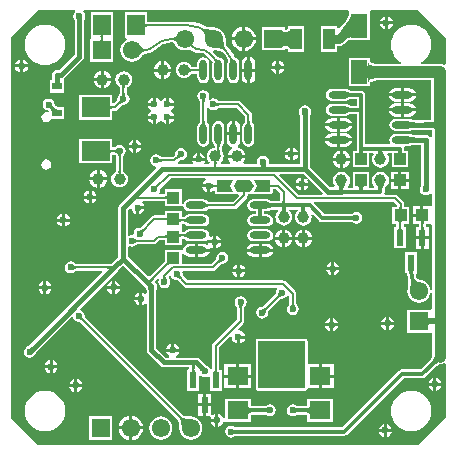
<source format=gbl>
G04 Layer_Physical_Order=2*
G04 Layer_Color=16711680*
%FSLAX25Y25*%
%MOIN*%
G70*
G01*
G75*
%ADD10C,0.01181*%
%ADD15C,0.03937*%
%ADD23R,0.03937X0.03937*%
%ADD25R,0.03937X0.07087*%
%ADD26R,0.03937X0.03937*%
%ADD29R,0.05512X0.07874*%
%ADD38C,0.03937*%
%ADD39C,0.00787*%
%ADD40C,0.03543*%
%ADD41C,0.01575*%
%ADD43C,0.01378*%
%ADD44C,0.06102*%
%ADD45R,0.06102X0.06102*%
%ADD46R,0.06102X0.06102*%
%ADD47C,0.02362*%
%ADD48R,0.03268X0.02480*%
%ADD49O,0.02362X0.07008*%
%ADD50R,0.09449X0.06693*%
%ADD51R,0.07087X0.05906*%
%ADD52O,0.07008X0.02362*%
%ADD53R,0.00394X0.00394*%
%ADD54R,0.02362X0.05512*%
%ADD55R,0.05906X0.07087*%
%ADD56C,0.03150*%
G36*
X140279Y76985D02*
X140213Y76960D01*
X140154Y76921D01*
X140102Y76865D01*
X140059Y76793D01*
X140024Y76705D01*
X139996Y76601D01*
X139976Y76481D01*
X139965Y76345D01*
X139961Y76193D01*
X139173D01*
X139169Y76345D01*
X139157Y76481D01*
X139138Y76601D01*
X139110Y76705D01*
X139075Y76793D01*
X139032Y76865D01*
X138980Y76921D01*
X138921Y76960D01*
X138854Y76985D01*
X138779Y76992D01*
X140354D01*
X140279Y76985D01*
D02*
G37*
G36*
X114644Y120053D02*
X114771Y119980D01*
X114908Y119915D01*
X115055Y119859D01*
X115211Y119812D01*
X115377Y119773D01*
X115553Y119743D01*
X115739Y119721D01*
X116139Y119704D01*
Y118525D01*
X115934Y118520D01*
X115553Y118486D01*
X115377Y118456D01*
X115211Y118417D01*
X115055Y118369D01*
X114908Y118313D01*
X114771Y118248D01*
X114644Y118175D01*
X114527Y118093D01*
Y120135D01*
X114644Y120053D01*
D02*
G37*
G36*
X143942Y31452D02*
X143981Y31514D01*
X144022Y31592D01*
X144054Y31668D01*
X144077Y31740D01*
X144090Y31811D01*
X144095Y31878D01*
X145264Y30709D01*
X145196Y30705D01*
X145126Y30691D01*
X145053Y30669D01*
X144978Y30637D01*
X144900Y30595D01*
X144838Y30557D01*
X145277Y30118D01*
X145075Y30095D01*
X144846Y30025D01*
X144588Y29908D01*
X144303Y29745D01*
X143990Y29535D01*
X143649Y29278D01*
X142884Y28625D01*
X142007Y27786D01*
X141171Y28621D01*
X141614Y29073D01*
X142920Y30604D01*
X143130Y30917D01*
X143294Y31203D01*
X143410Y31460D01*
X143481Y31689D01*
X143504Y31891D01*
X143942Y31452D01*
D02*
G37*
G36*
X141429Y45126D02*
X141477Y44992D01*
X141556Y44874D01*
X141667Y44772D01*
X141810Y44685D01*
X141984Y44614D01*
X142104Y44582D01*
X143179Y44656D01*
X143479Y44717D01*
X143719Y44787D01*
X143901Y44866D01*
X144024Y44954D01*
Y42447D01*
X143901Y42536D01*
X143719Y42615D01*
X143479Y42685D01*
X143179Y42746D01*
X142821Y42797D01*
D01*
X142218Y42847D01*
X142191Y42843D01*
X141984Y42787D01*
X141810Y42717D01*
X141667Y42630D01*
X141556Y42528D01*
X141477Y42409D01*
X141429Y42276D01*
X141413Y42126D01*
Y42884D01*
X140145Y42913D01*
Y44488D01*
X140798Y44493D01*
X141413Y44535D01*
Y45276D01*
X141429Y45126D01*
D02*
G37*
G36*
X76681Y7672D02*
X76740Y7632D01*
X76808Y7596D01*
X76884Y7565D01*
X76969Y7539D01*
X77062Y7518D01*
X77163Y7502D01*
X77273Y7490D01*
X77519Y7480D01*
Y6299D01*
X77392Y6297D01*
X77163Y6278D01*
X77062Y6261D01*
X76969Y6240D01*
X76884Y6214D01*
X76808Y6183D01*
X76740Y6148D01*
X76681Y6108D01*
X76631Y6063D01*
Y7717D01*
X76681Y7672D01*
D02*
G37*
G36*
X139965Y74838D02*
X139976Y74704D01*
X139996Y74586D01*
X140024Y74484D01*
X140059Y74397D01*
X140102Y74327D01*
X140154Y74272D01*
X140213Y74232D01*
X140279Y74208D01*
X140354Y74201D01*
X138779D01*
X138854Y74208D01*
X138921Y74232D01*
X138980Y74272D01*
X139032Y74327D01*
X139075Y74397D01*
X139110Y74484D01*
X139138Y74586D01*
X139157Y74704D01*
X139169Y74838D01*
X139173Y74988D01*
X139961D01*
X139965Y74838D01*
D02*
G37*
G36*
X121287Y130266D02*
X121405Y129933D01*
X121602Y129640D01*
X121878Y129385D01*
X122232Y129170D01*
X122665Y128994D01*
X123177Y128857D01*
X123767Y128759D01*
X124437Y128701D01*
X125185Y128681D01*
Y124744D01*
X124437Y124724D01*
X123767Y124666D01*
X123177Y124568D01*
X122665Y124431D01*
X122232Y124255D01*
X121878Y124040D01*
X121602Y123785D01*
X121405Y123492D01*
X121287Y123159D01*
X121248Y122788D01*
Y130638D01*
X121287Y130266D01*
D02*
G37*
G36*
X114644Y115053D02*
X114771Y114980D01*
X114908Y114915D01*
X115055Y114859D01*
X115211Y114812D01*
X115377Y114773D01*
X115553Y114743D01*
X115739Y114721D01*
X116139Y114704D01*
Y113525D01*
X115934Y113520D01*
X115553Y113486D01*
X115377Y113455D01*
X115211Y113417D01*
X115055Y113369D01*
X114908Y113313D01*
X114771Y113248D01*
X114644Y113175D01*
X114527Y113093D01*
Y115135D01*
X114644Y115053D01*
D02*
G37*
G36*
X119651Y100575D02*
X119669Y100374D01*
X119698Y100197D01*
X119740Y100043D01*
X119793Y99913D01*
X119858Y99807D01*
X119934Y99724D01*
X120023Y99665D01*
X120124Y99630D01*
X120236Y99618D01*
X117874D01*
X117986Y99630D01*
X118086Y99665D01*
X118175Y99724D01*
X118251Y99807D01*
X118316Y99913D01*
X118369Y100043D01*
X118411Y100197D01*
X118440Y100374D01*
X118458Y100575D01*
X118464Y100799D01*
X119645D01*
X119651Y100575D01*
D02*
G37*
G36*
X132651Y100572D02*
X132669Y100370D01*
X132698Y100191D01*
X132740Y100036D01*
X132793Y99904D01*
X132858Y99797D01*
X132934Y99713D01*
X133023Y99654D01*
X133124Y99618D01*
X133236Y99606D01*
X130874D01*
X130986Y99618D01*
X131086Y99654D01*
X131175Y99713D01*
X131251Y99797D01*
X131316Y99904D01*
X131369Y100036D01*
X131411Y100191D01*
X131440Y100370D01*
X131458Y100572D01*
X131464Y100799D01*
X132645D01*
X132651Y100572D01*
D02*
G37*
G36*
X126151Y100518D02*
X126169Y100328D01*
X126198Y100150D01*
X126240Y99983D01*
X126293Y99829D01*
X126358Y99686D01*
X126435Y99556D01*
X126523Y99437D01*
X126623Y99331D01*
X126736Y99236D01*
X124373D01*
X124486Y99331D01*
X124586Y99437D01*
X124675Y99556D01*
X124751Y99686D01*
X124816Y99829D01*
X124870Y99983D01*
X124911Y100150D01*
X124940Y100328D01*
X124958Y100518D01*
X124964Y100720D01*
X126145D01*
X126151Y100518D01*
D02*
G37*
G36*
X141575Y88442D02*
X139921D01*
X139929Y88456D01*
X139935Y88484D01*
X139941Y88525D01*
X139951Y88648D01*
X139960Y89053D01*
X139961Y89187D01*
X141535D01*
X141575Y88442D01*
D02*
G37*
G36*
X135860Y110091D02*
X135958Y110051D01*
X136081Y110016D01*
X136229Y109986D01*
X136402Y109960D01*
X136823Y109923D01*
X137344Y109904D01*
X137641Y109902D01*
Y108327D01*
X137344Y108325D01*
X136229Y108243D01*
X136081Y108212D01*
X135958Y108177D01*
X135860Y108137D01*
X135786Y108093D01*
Y110135D01*
X135860Y110091D01*
D02*
G37*
G36*
X143885Y107721D02*
X143732Y107836D01*
X143517Y107939D01*
X143238Y108030D01*
X142897Y108109D01*
X142494Y108175D01*
X141498Y108272D01*
X140252Y108321D01*
X139534Y108327D01*
Y109902D01*
X140252Y109908D01*
X142494Y110053D01*
X142897Y110119D01*
X143238Y110198D01*
X143517Y110289D01*
X143732Y110392D01*
X143885Y110507D01*
Y107721D01*
D02*
G37*
G36*
X135860Y105091D02*
X135958Y105051D01*
X136081Y105016D01*
X136229Y104986D01*
X136402Y104960D01*
X136823Y104923D01*
X137344Y104904D01*
X137641Y104902D01*
Y103327D01*
X137344Y103324D01*
X136229Y103243D01*
X136081Y103212D01*
X135958Y103177D01*
X135860Y103137D01*
X135786Y103093D01*
Y105135D01*
X135860Y105091D01*
D02*
G37*
G36*
X147244Y138189D02*
Y129306D01*
X146744Y129060D01*
X146665Y129120D01*
X145995Y129398D01*
X145276Y129492D01*
X139235D01*
X139110Y129992D01*
X139563Y130235D01*
X140582Y131071D01*
X141419Y132090D01*
X142040Y133253D01*
X142423Y134514D01*
X142552Y135826D01*
X142423Y137138D01*
X142040Y138400D01*
X141419Y139563D01*
X140582Y140582D01*
X139563Y141418D01*
X138400Y142040D01*
X137139Y142422D01*
X135827Y142552D01*
X134514Y142422D01*
X133253Y142040D01*
X132090Y141418D01*
X131071Y140582D01*
X130235Y139563D01*
X129613Y138400D01*
X129230Y137138D01*
X129101Y135826D01*
X129230Y134514D01*
X129613Y133253D01*
X130235Y132090D01*
X131071Y131071D01*
X132090Y130235D01*
X132544Y129992D01*
X132418Y129492D01*
X124877D01*
X124482Y129503D01*
X123868Y129556D01*
X123347Y129643D01*
X122921Y129757D01*
X122594Y129890D01*
X122363Y130030D01*
X122216Y130166D01*
X122128Y130297D01*
X122076Y130445D01*
X122047Y130712D01*
Y131437D01*
X121265D01*
X121248Y131440D01*
X121231Y131437D01*
X114961D01*
Y121988D01*
X121231D01*
X121248Y121985D01*
X121265Y121988D01*
X122047D01*
Y122713D01*
X122076Y122980D01*
X122128Y123128D01*
X122216Y123260D01*
X122363Y123395D01*
X122594Y123535D01*
X122921Y123669D01*
X123347Y123782D01*
X123868Y123869D01*
X124482Y123923D01*
X124877Y123933D01*
X142496D01*
Y110867D01*
X142402Y110852D01*
X140370Y110720D01*
X136994D01*
X136873Y110724D01*
X136497Y110758D01*
X136369Y110777D01*
X136272Y110797D01*
X136220Y110811D01*
X136202Y110822D01*
X136162Y110837D01*
X135965Y110968D01*
X135197Y111121D01*
X130551D01*
X129783Y110968D01*
X129132Y110533D01*
X128697Y109882D01*
X128544Y109114D01*
X128697Y108346D01*
X129132Y107695D01*
X129783Y107260D01*
X130551Y107107D01*
X135197D01*
X135965Y107260D01*
X136162Y107392D01*
X136202Y107406D01*
X136220Y107417D01*
X136272Y107432D01*
X136340Y107446D01*
X137195Y107509D01*
X140478D01*
X141444Y107471D01*
X142390Y107379D01*
X142694Y107329D01*
Y105150D01*
X142601Y105076D01*
X141928Y105182D01*
X141883Y105250D01*
X141363Y105598D01*
X140748Y105720D01*
X136994D01*
X136873Y105724D01*
X136497Y105758D01*
X136369Y105777D01*
X136272Y105797D01*
X136220Y105811D01*
X136202Y105822D01*
X136162Y105837D01*
X135965Y105968D01*
X135197Y106121D01*
X130551D01*
X129783Y105968D01*
X129132Y105533D01*
X128697Y104882D01*
X128544Y104114D01*
X128697Y103346D01*
X128871Y103086D01*
X128603Y102586D01*
X120459D01*
Y114114D01*
Y119114D01*
X120353Y119652D01*
X120048Y120108D01*
X119592Y120412D01*
X119055Y120519D01*
X115866D01*
X115802Y120522D01*
X115667Y120538D01*
X115537Y120560D01*
X115419Y120588D01*
X115315Y120619D01*
X115224Y120654D01*
X115144Y120692D01*
X115075Y120731D01*
X114986Y120793D01*
X114930Y120818D01*
X114705Y120968D01*
X113937Y121121D01*
X109291D01*
X108523Y120968D01*
X107872Y120533D01*
X107437Y119882D01*
X107284Y119114D01*
X107437Y118346D01*
X107872Y117695D01*
X108523Y117260D01*
X109291Y117107D01*
X113937D01*
X114705Y117260D01*
X114930Y117410D01*
X114986Y117435D01*
X115075Y117497D01*
X115144Y117537D01*
X115224Y117574D01*
X115315Y117609D01*
X115419Y117641D01*
X115537Y117668D01*
X115657Y117689D01*
X115880Y117709D01*
X117650D01*
Y115519D01*
X115866D01*
X115802Y115522D01*
X115667Y115538D01*
X115537Y115560D01*
X115419Y115587D01*
X115315Y115619D01*
X115224Y115654D01*
X115144Y115692D01*
X115075Y115731D01*
X114986Y115794D01*
X114930Y115818D01*
X114705Y115969D01*
X113937Y116121D01*
X109291D01*
X108523Y115969D01*
X107872Y115533D01*
X107437Y114882D01*
X107284Y114114D01*
X107437Y113346D01*
X107872Y112695D01*
X108523Y112260D01*
X109291Y112107D01*
X113937D01*
X114705Y112260D01*
X114930Y112410D01*
X114986Y112435D01*
X115075Y112497D01*
X115144Y112537D01*
X115224Y112574D01*
X115315Y112609D01*
X115419Y112641D01*
X115537Y112668D01*
X115657Y112689D01*
X115880Y112709D01*
X117650D01*
Y101181D01*
Y100546D01*
X117643Y100475D01*
X117634Y100417D01*
X116299D01*
Y94906D01*
X121810D01*
Y99776D01*
X123073D01*
X123320Y99276D01*
X123147Y99051D01*
X122870Y98381D01*
X122775Y97661D01*
X122870Y96942D01*
X123147Y96272D01*
X123589Y95696D01*
X124165Y95254D01*
X124835Y94977D01*
X125555Y94882D01*
X126274Y94977D01*
X126944Y95254D01*
X127520Y95696D01*
X127962Y96272D01*
X128240Y96942D01*
X128334Y97661D01*
X128240Y98381D01*
X127962Y99051D01*
X127789Y99276D01*
X128036Y99776D01*
X129299D01*
Y94906D01*
X134810D01*
Y100417D01*
X133475D01*
X133466Y100470D01*
X133459Y100542D01*
Y101181D01*
X133375Y101607D01*
X133649Y102107D01*
X135197D01*
X135965Y102260D01*
X136162Y102392D01*
X136202Y102406D01*
X136220Y102417D01*
X136272Y102432D01*
X136340Y102446D01*
X137195Y102508D01*
X139142D01*
Y88739D01*
X138894Y88367D01*
X138741Y87598D01*
X138894Y86830D01*
X139329Y86179D01*
X139980Y85744D01*
X140748Y85591D01*
X141516Y85744D01*
X142167Y86179D01*
X142194Y86220D01*
X142694Y86068D01*
Y82253D01*
X142339Y81906D01*
X142194Y81906D01*
X139870D01*
Y78937D01*
X139370D01*
Y78437D01*
X136402D01*
Y75968D01*
X138363D01*
Y75213D01*
X137386D01*
Y71957D01*
X139567D01*
X141748D01*
Y75213D01*
X140771D01*
Y75968D01*
X142194D01*
X142339Y75968D01*
X142694Y75621D01*
Y54213D01*
X142194Y54180D01*
X142126Y54703D01*
X141739Y55637D01*
X141123Y56438D01*
X140322Y57054D01*
X139388Y57441D01*
X139086Y57480D01*
X139043Y57498D01*
X138674Y57570D01*
X138370Y57650D01*
X138111Y57739D01*
X137897Y57835D01*
X137728Y57932D01*
X137600Y58028D01*
X137510Y58120D01*
X137447Y58207D01*
X137411Y58280D01*
X137361Y58446D01*
X137279Y59275D01*
X137615Y59646D01*
X137795D01*
Y66732D01*
X133858D01*
Y59646D01*
X134423D01*
X134595Y57896D01*
X134754Y57372D01*
X134754Y57354D01*
X134755Y57351D01*
X134755Y57348D01*
X134795Y57162D01*
X134819Y56989D01*
X134840Y56501D01*
X134834Y56251D01*
X134669Y54814D01*
X134652Y54717D01*
X134646Y54703D01*
X134636Y54627D01*
X134597Y54404D01*
X134598Y54337D01*
X134514Y53701D01*
X134646Y52699D01*
X135033Y51765D01*
X135648Y50963D01*
X136450Y50348D01*
X137384Y49961D01*
X138386Y49829D01*
X139388Y49961D01*
X140322Y50348D01*
X141123Y50963D01*
X141739Y51765D01*
X142126Y52699D01*
X142194Y53222D01*
X142694Y53189D01*
Y47612D01*
X142224Y47539D01*
Y47539D01*
X134547D01*
Y39862D01*
X142224D01*
Y39862D01*
X142694Y39790D01*
Y31890D01*
X142695Y31885D01*
X142691Y31854D01*
X142658Y31744D01*
X142578Y31569D01*
X142448Y31341D01*
X142280Y31090D01*
X141065Y29666D01*
X138985Y27586D01*
X132677D01*
X132140Y27479D01*
X131684Y27174D01*
X112804Y8295D01*
X77297D01*
X77271Y8298D01*
X77216Y8306D01*
X77207Y8308D01*
X77207Y8309D01*
X76556Y8744D01*
X75787Y8897D01*
X75019Y8744D01*
X74368Y8309D01*
X73933Y7658D01*
X73780Y6890D01*
X73933Y6122D01*
X74368Y5471D01*
X75019Y5035D01*
X75787Y4883D01*
X76556Y5035D01*
X77207Y5471D01*
X77207Y5471D01*
X77216Y5473D01*
X77261Y5480D01*
X77314Y5485D01*
X113386D01*
X113924Y5592D01*
X114379Y5896D01*
X133259Y24776D01*
X139567D01*
X140105Y24883D01*
X140560Y25188D01*
X142951Y27578D01*
X143422Y28029D01*
X144151Y28651D01*
X144455Y28880D01*
X144727Y29062D01*
X144955Y29193D01*
X145130Y29272D01*
X145240Y29306D01*
X145271Y29309D01*
X145276Y29309D01*
X145347Y29318D01*
X145369Y29321D01*
X145371Y29321D01*
X145944Y29397D01*
X146566Y29654D01*
X146744Y29791D01*
X147244Y29544D01*
Y11417D01*
X138189Y2362D01*
Y2362D01*
X11417D01*
X2362Y11417D01*
Y137992D01*
Y138189D01*
X11417Y147244D01*
X23700D01*
X23851Y146744D01*
X23778Y146695D01*
X23343Y146044D01*
X23190Y145276D01*
X23343Y144508D01*
X23591Y144135D01*
Y132555D01*
X18429Y127393D01*
X17717D01*
X17102Y127271D01*
X16581Y126923D01*
X16233Y126402D01*
X16111Y125787D01*
Y123937D01*
X15295D01*
Y119882D01*
X20138D01*
Y123937D01*
X20060D01*
X19908Y124437D01*
X20230Y124652D01*
X26332Y130754D01*
X26680Y131275D01*
X26803Y131890D01*
X26803Y131890D01*
Y144135D01*
X27051Y144508D01*
X27204Y145276D01*
X27051Y146044D01*
X26616Y146695D01*
X26542Y146744D01*
X26694Y147244D01*
X114599D01*
X114961Y146909D01*
X114961Y146744D01*
Y146179D01*
X114960Y146177D01*
X114931Y145833D01*
X114856Y145507D01*
X114719Y145131D01*
X114516Y144710D01*
X114245Y144247D01*
X113905Y143745D01*
X113501Y143214D01*
X112634Y142221D01*
X111682Y141270D01*
X111221Y141461D01*
Y142126D01*
X105709D01*
Y133465D01*
X111221D01*
Y135387D01*
X111614D01*
X112536Y135570D01*
X113317Y136092D01*
X114333Y137108D01*
X114448Y137178D01*
X114587Y137247D01*
X114740Y137308D01*
X114910Y137359D01*
X115096Y137401D01*
X115300Y137431D01*
X115521Y137450D01*
X115782Y137458D01*
X115796Y137461D01*
X122047D01*
Y146744D01*
X122047Y146909D01*
X122409Y147244D01*
X138189D01*
X147244Y138189D01*
D02*
G37*
G36*
X115760Y138260D02*
X115476Y138252D01*
X115206Y138229D01*
X114949Y138190D01*
X114706Y138136D01*
X114476Y138067D01*
X114260Y137982D01*
X114058Y137881D01*
X113869Y137765D01*
X113694Y137634D01*
X113533Y137487D01*
X112419Y140828D01*
X113054Y141482D01*
X114123Y142706D01*
X114557Y143276D01*
X114925Y143818D01*
X115226Y144333D01*
X115459Y144819D01*
X115626Y145277D01*
X115727Y145708D01*
X115760Y146110D01*
Y138260D01*
D02*
G37*
G36*
X136653Y58002D02*
X136756Y57792D01*
X136895Y57599D01*
X137071Y57422D01*
X137283Y57262D01*
X137532Y57118D01*
X137816Y56991D01*
X138137Y56881D01*
X138495Y56787D01*
X138889Y56710D01*
X135387Y54264D01*
X135464Y54698D01*
X135635Y56195D01*
X135644Y56508D01*
X135619Y57061D01*
X135587Y57301D01*
X135540Y57517D01*
X136586Y58229D01*
X136653Y58002D01*
D02*
G37*
%LPC*%
G36*
X110055Y29346D02*
X106012D01*
Y25894D01*
X110055D01*
Y29346D01*
D02*
G37*
G36*
X82496D02*
X78453D01*
Y25894D01*
X82496D01*
Y29346D01*
D02*
G37*
G36*
X77453D02*
X73409D01*
Y25894D01*
X77453D01*
Y29346D01*
D02*
G37*
G36*
X144201Y24762D02*
Y23138D01*
X145825D01*
X145755Y23489D01*
X145273Y24210D01*
X144552Y24692D01*
X144201Y24762D01*
D02*
G37*
G36*
X131555Y90075D02*
X129086D01*
Y87606D01*
X131555D01*
Y90075D01*
D02*
G37*
G36*
X135023D02*
X132555D01*
Y87606D01*
X135023D01*
Y90075D01*
D02*
G37*
G36*
X143201Y24762D02*
X142850Y24692D01*
X142128Y24210D01*
X141646Y23489D01*
X141576Y23138D01*
X143201D01*
Y24762D01*
D02*
G37*
G36*
X36114Y57046D02*
X35763Y56976D01*
X35042Y56494D01*
X34560Y55772D01*
X34490Y55421D01*
X36114D01*
Y57046D01*
D02*
G37*
G36*
X14226Y56992D02*
Y55368D01*
X15850D01*
X15780Y55719D01*
X15299Y56440D01*
X14577Y56922D01*
X14226Y56992D01*
D02*
G37*
G36*
X15248Y28043D02*
X13624D01*
X13693Y27692D01*
X14175Y26971D01*
X14897Y26489D01*
X15248Y26419D01*
Y28043D01*
D02*
G37*
G36*
X15850Y54368D02*
X14226D01*
Y52743D01*
X14577Y52813D01*
X15299Y53295D01*
X15780Y54017D01*
X15850Y54368D01*
D02*
G37*
G36*
X28240Y84539D02*
X26616D01*
X26686Y84188D01*
X27168Y83467D01*
X27889Y82985D01*
X28240Y82915D01*
Y84539D01*
D02*
G37*
G36*
X15248Y30668D02*
X14897Y30598D01*
X14175Y30116D01*
X13693Y29394D01*
X13624Y29043D01*
X15248D01*
Y30668D01*
D02*
G37*
G36*
X55799Y36180D02*
X55448Y36110D01*
X54727Y35628D01*
X54245Y34906D01*
X54175Y34555D01*
X55799D01*
Y36180D01*
D02*
G37*
G36*
X16248Y30668D02*
Y29043D01*
X17872D01*
X17803Y29394D01*
X17321Y30116D01*
X16599Y30598D01*
X16248Y30668D01*
D02*
G37*
G36*
X37114Y57046D02*
Y55421D01*
X38739D01*
X38669Y55772D01*
X38187Y56494D01*
X37465Y56976D01*
X37114Y57046D01*
D02*
G37*
G36*
X67807Y88279D02*
X66183D01*
X66252Y87928D01*
X66735Y87207D01*
X67456Y86725D01*
X67807Y86655D01*
Y88279D01*
D02*
G37*
G36*
X17872Y28043D02*
X16248D01*
Y26419D01*
X16599Y26489D01*
X17321Y26971D01*
X17803Y27692D01*
X17872Y28043D01*
D02*
G37*
G36*
X29240Y87164D02*
Y85539D01*
X30865D01*
X30795Y85890D01*
X30313Y86612D01*
X29591Y87094D01*
X29240Y87164D01*
D02*
G37*
G36*
X30865Y84539D02*
X29240D01*
Y82915D01*
X29591Y82985D01*
X30313Y83467D01*
X30795Y84188D01*
X30865Y84539D01*
D02*
G37*
G36*
X28240Y87164D02*
X27889Y87094D01*
X27168Y86612D01*
X26686Y85890D01*
X26616Y85539D01*
X28240D01*
Y87164D01*
D02*
G37*
G36*
X24516Y24369D02*
Y22744D01*
X26140D01*
X26070Y23095D01*
X25588Y23817D01*
X24867Y24299D01*
X24516Y24369D01*
D02*
G37*
G36*
X36114Y54421D02*
X34490D01*
X34560Y54070D01*
X35042Y53349D01*
X35763Y52867D01*
X36114Y52797D01*
Y54421D01*
D02*
G37*
G36*
X77453Y24894D02*
X73409D01*
Y21441D01*
X77453D01*
Y24894D01*
D02*
G37*
G36*
X115483Y97162D02*
X113055D01*
Y94733D01*
X113330Y94769D01*
X114052Y95069D01*
X114672Y95544D01*
X115148Y96164D01*
X115447Y96886D01*
X115483Y97162D01*
D02*
G37*
G36*
X14173Y97572D02*
X13520Y97442D01*
X12967Y97072D01*
X12597Y96519D01*
X12467Y95866D01*
X12597Y95213D01*
X12967Y94660D01*
X13520Y94290D01*
X14173Y94160D01*
X14826Y94290D01*
X15380Y94660D01*
X15749Y95213D01*
X15879Y95866D01*
X15749Y96519D01*
X15380Y97072D01*
X14826Y97442D01*
X14173Y97572D01*
D02*
G37*
G36*
X112055Y97162D02*
X109626D01*
X109662Y96886D01*
X109962Y96164D01*
X110437Y95544D01*
X111057Y95069D01*
X111780Y94769D01*
X112055Y94733D01*
Y97162D01*
D02*
G37*
G36*
X38739Y54421D02*
X37114D01*
Y52797D01*
X37465Y52867D01*
X38187Y53349D01*
X38669Y54070D01*
X38739Y54421D01*
D02*
G37*
G36*
X97991Y98909D02*
X96366D01*
Y97285D01*
X96717Y97355D01*
X97439Y97837D01*
X97921Y98558D01*
X97991Y98909D01*
D02*
G37*
G36*
X145825Y22138D02*
X144201D01*
Y20513D01*
X144552Y20583D01*
X145273Y21065D01*
X145755Y21787D01*
X145825Y22138D01*
D02*
G37*
G36*
X95366Y98909D02*
X93742D01*
X93812Y98558D01*
X94294Y97837D01*
X95015Y97355D01*
X95366Y97285D01*
Y98909D01*
D02*
G37*
G36*
X100394Y115668D02*
X99626Y115516D01*
X98975Y115081D01*
X98539Y114429D01*
X98387Y113661D01*
X98539Y112893D01*
X98778Y112537D01*
X98788Y112343D01*
Y96094D01*
X88668D01*
X88351Y96480D01*
X88424Y96850D01*
X88272Y97619D01*
X87836Y98270D01*
X87185Y98705D01*
X86417Y98857D01*
X85649Y98705D01*
X84998Y98270D01*
X84563Y97619D01*
X84410Y96850D01*
X84484Y96480D01*
X84167Y96094D01*
X79927D01*
X79784Y96594D01*
X80191Y97125D01*
X80490Y97847D01*
X80527Y98122D01*
X77598D01*
X74670D01*
X74706Y97847D01*
X75005Y97125D01*
X75413Y96594D01*
X75269Y96094D01*
X72565D01*
X72396Y96594D01*
X72477Y96657D01*
X72919Y97232D01*
X73197Y97903D01*
X73291Y98622D01*
X73197Y99341D01*
X72982Y99860D01*
X72919Y100012D01*
X72794Y100343D01*
X72746Y100535D01*
X72745Y100587D01*
X72745Y100618D01*
X72757Y100877D01*
X72765Y101025D01*
X72777Y101141D01*
X72759D01*
X72759Y101398D01*
Y102117D01*
X72764Y102184D01*
X72769Y102223D01*
X72974Y102360D01*
X73409Y103012D01*
X73562Y103779D01*
Y108425D01*
X73409Y109193D01*
X72974Y109844D01*
X72323Y110280D01*
X71555Y110432D01*
X70787Y110280D01*
X70136Y109844D01*
X69701Y109193D01*
X69548Y108425D01*
Y103779D01*
X69701Y103012D01*
X70136Y102360D01*
X70338Y102225D01*
X70351Y102089D01*
Y101381D01*
X69792Y101307D01*
X69122Y101029D01*
X68546Y100588D01*
X68104Y100012D01*
X67827Y99341D01*
X67732Y98622D01*
X67827Y97903D01*
X68104Y97232D01*
X68546Y96657D01*
X68628Y96594D01*
X68458Y96094D01*
X67083D01*
X66847Y96535D01*
X67015Y96787D01*
X67085Y97138D01*
X62836D01*
X62906Y96787D01*
X63074Y96535D01*
X62839Y96094D01*
X58150D01*
X57943Y96594D01*
X58680Y97332D01*
X58711Y97352D01*
X58745Y97370D01*
X58780Y97386D01*
X58820Y97399D01*
X58864Y97410D01*
X58914Y97418D01*
X58955Y97422D01*
X59055Y97402D01*
X59823Y97555D01*
X60474Y97990D01*
X60909Y98641D01*
X61062Y99410D01*
X60909Y100178D01*
X60474Y100829D01*
X59823Y101264D01*
X59055Y101417D01*
X58287Y101264D01*
X57636Y100829D01*
X57201Y100178D01*
X57048Y99410D01*
X57068Y99310D01*
X57064Y99268D01*
X57055Y99218D01*
X57045Y99174D01*
X57031Y99135D01*
X57016Y99099D01*
X56998Y99066D01*
X56977Y99035D01*
X56391Y98448D01*
X52522D01*
X52485Y98456D01*
X52449Y98467D01*
X52413Y98481D01*
X52376Y98499D01*
X52337Y98523D01*
X52295Y98552D01*
X52263Y98579D01*
X52207Y98663D01*
X51556Y99098D01*
X50787Y99251D01*
X50019Y99098D01*
X49368Y98663D01*
X48933Y98012D01*
X48780Y97244D01*
X48933Y96476D01*
X49368Y95825D01*
X50019Y95390D01*
X50570Y95280D01*
X50757Y94760D01*
X41975Y85978D01*
X38628Y82631D01*
X38280Y82111D01*
X38158Y81496D01*
X38158Y81496D01*
Y65232D01*
X35803Y62877D01*
X34913Y62818D01*
X24067D01*
X24030Y62826D01*
X23994Y62837D01*
X23958Y62851D01*
X23921Y62869D01*
X23882Y62893D01*
X23840Y62922D01*
X23808Y62949D01*
X23752Y63033D01*
X23100Y63468D01*
X22332Y63621D01*
X21564Y63468D01*
X20913Y63033D01*
X20478Y62382D01*
X20325Y61614D01*
X20478Y60846D01*
X20913Y60195D01*
X21564Y59760D01*
X22332Y59607D01*
X23100Y59760D01*
X23752Y60195D01*
X23808Y60280D01*
X23840Y60306D01*
X23882Y60336D01*
X23921Y60359D01*
X23958Y60377D01*
X23994Y60391D01*
X24030Y60402D01*
X24067Y60410D01*
X32683D01*
X32874Y59948D01*
X8332Y35406D01*
X7893Y35319D01*
X7242Y34884D01*
X6807Y34233D01*
X6654Y33465D01*
X6807Y32697D01*
X7242Y32045D01*
X7893Y31610D01*
X8661Y31457D01*
X9430Y31610D01*
X10081Y32045D01*
X10516Y32697D01*
X10599Y33117D01*
X10729Y33261D01*
X22544Y45076D01*
X23022Y44931D01*
X23067Y44704D01*
X23502Y44053D01*
X24153Y43618D01*
X24921Y43465D01*
X25021Y43485D01*
X25063Y43481D01*
X25113Y43473D01*
X25157Y43462D01*
X25196Y43448D01*
X25232Y43433D01*
X25265Y43415D01*
X25296Y43395D01*
X58076Y10615D01*
X58087Y10602D01*
X58145Y10506D01*
X58210Y10363D01*
X58274Y10172D01*
X58333Y9935D01*
X58380Y9671D01*
X58467Y8539D01*
X58469Y8203D01*
X58451Y8071D01*
X58583Y7069D01*
X58970Y6135D01*
X59585Y5333D01*
X60387Y4718D01*
X61321Y4331D01*
X62323Y4199D01*
X63325Y4331D01*
X64259Y4718D01*
X65061Y5333D01*
X65676Y6135D01*
X66063Y7069D01*
X66194Y8071D01*
X66063Y9073D01*
X65676Y10007D01*
X65061Y10809D01*
X64259Y11424D01*
X63325Y11811D01*
X62323Y11943D01*
X62191Y11925D01*
X61847Y11927D01*
X61058Y11971D01*
X60741Y12010D01*
X60459Y12061D01*
X60221Y12120D01*
X60031Y12184D01*
X59888Y12248D01*
X59792Y12307D01*
X59779Y12318D01*
X26999Y45098D01*
X26979Y45129D01*
X26961Y45162D01*
X26945Y45198D01*
X26932Y45237D01*
X26921Y45281D01*
X26912Y45331D01*
X26908Y45373D01*
X26928Y45472D01*
X26776Y46240D01*
X26340Y46892D01*
X25689Y47327D01*
X25463Y47372D01*
X25318Y47850D01*
X37946Y60479D01*
X37946Y60479D01*
X39764Y62296D01*
X46896Y55164D01*
X46896Y55164D01*
X47271Y54789D01*
X47358Y54350D01*
X47597Y53993D01*
X47607Y53800D01*
Y53039D01*
X47107Y52844D01*
X46520Y53236D01*
X46169Y53306D01*
Y51181D01*
Y49057D01*
X46520Y49126D01*
X47107Y49518D01*
X47607Y49324D01*
Y34055D01*
X47607Y34055D01*
X47729Y33441D01*
X48077Y32920D01*
X52211Y28786D01*
X52732Y28438D01*
X53347Y28316D01*
X53347Y28316D01*
X61597D01*
X61778Y28059D01*
X61519Y27559D01*
X61221D01*
Y20472D01*
X65158D01*
Y25471D01*
X65658Y25623D01*
X65707Y25549D01*
X66358Y25114D01*
X67126Y24961D01*
X67894Y25114D01*
X68201Y25319D01*
X68701Y25052D01*
Y20472D01*
X72638D01*
Y27559D01*
X71873D01*
Y34934D01*
X75542Y38603D01*
X75929Y38423D01*
X76013Y38366D01*
X76178Y37535D01*
X76660Y36813D01*
X77382Y36331D01*
X77733Y36261D01*
Y38386D01*
X78233D01*
Y38886D01*
X80357D01*
X80287Y39237D01*
X79805Y39958D01*
X79084Y40440D01*
X78252Y40606D01*
X78196Y40690D01*
X78016Y41076D01*
X79789Y42849D01*
X79789Y42849D01*
X80050Y43240D01*
X80141Y43701D01*
X80141Y43701D01*
Y48266D01*
X80149Y48302D01*
X80160Y48338D01*
X80174Y48375D01*
X80192Y48412D01*
X80216Y48451D01*
X80245Y48492D01*
X80272Y48524D01*
X80356Y48581D01*
X80791Y49232D01*
X80944Y50000D01*
X80791Y50768D01*
X80356Y51419D01*
X79705Y51854D01*
X78937Y52007D01*
X78169Y51854D01*
X77518Y51419D01*
X77083Y50768D01*
X76930Y50000D01*
X77083Y49232D01*
X77518Y48581D01*
X77602Y48524D01*
X77629Y48492D01*
X77658Y48451D01*
X77682Y48412D01*
X77700Y48375D01*
X77714Y48338D01*
X77725Y48302D01*
X77733Y48266D01*
Y44200D01*
X69818Y36285D01*
X69557Y35894D01*
X69465Y35433D01*
X69465Y35433D01*
Y27922D01*
X69002Y27753D01*
X68965Y27759D01*
X68545Y28388D01*
X67894Y28823D01*
X67473Y28907D01*
X67329Y29036D01*
X65309Y31057D01*
X64788Y31405D01*
X64173Y31527D01*
X64173Y31527D01*
X57499D01*
X57445Y31607D01*
X57577Y32286D01*
X57872Y32483D01*
X58354Y33204D01*
X58424Y33555D01*
X54175D01*
X54245Y33204D01*
X54727Y32483D01*
X55021Y32286D01*
X55153Y31607D01*
X55099Y31527D01*
X54011D01*
X50818Y34720D01*
Y53978D01*
X51067Y54350D01*
X51220Y55118D01*
X51067Y55886D01*
X50632Y56537D01*
X50564Y56582D01*
X50515Y57080D01*
X51473Y58038D01*
X51861Y57719D01*
X51689Y57461D01*
X51536Y56693D01*
X51689Y55925D01*
X52124Y55274D01*
X52775Y54839D01*
X53543Y54686D01*
X54311Y54839D01*
X54962Y55274D01*
X55398Y55925D01*
X55550Y56693D01*
X55398Y57461D01*
X54962Y58112D01*
X55164Y58579D01*
X55323Y58738D01*
X55801Y58593D01*
X55823Y58484D01*
X56258Y57833D01*
X56909Y57398D01*
X57677Y57245D01*
X57777Y57265D01*
X57819Y57261D01*
X57869Y57252D01*
X57913Y57241D01*
X57952Y57228D01*
X57987Y57213D01*
X58021Y57195D01*
X58052Y57174D01*
X59975Y55251D01*
X60366Y54990D01*
X60827Y54898D01*
X90959D01*
X91183Y54398D01*
X90862Y53918D01*
X90710Y53150D01*
X90729Y53050D01*
X90725Y53008D01*
X90717Y52958D01*
X90706Y52914D01*
X90693Y52875D01*
X90677Y52839D01*
X90659Y52806D01*
X90639Y52775D01*
X86497Y48633D01*
X86466Y48613D01*
X86432Y48594D01*
X86397Y48579D01*
X86358Y48566D01*
X86314Y48555D01*
X86264Y48546D01*
X86222Y48542D01*
X86122Y48562D01*
X85354Y48409D01*
X84703Y47974D01*
X84268Y47323D01*
X84115Y46555D01*
X84268Y45787D01*
X84703Y45136D01*
X85354Y44701D01*
X86122Y44548D01*
X86890Y44701D01*
X87541Y45136D01*
X87976Y45787D01*
X88129Y46555D01*
X88109Y46655D01*
X88113Y46697D01*
X88122Y46747D01*
X88133Y46791D01*
X88146Y46830D01*
X88161Y46865D01*
X88179Y46899D01*
X88200Y46930D01*
X92342Y51072D01*
X92373Y51092D01*
X92406Y51110D01*
X92442Y51126D01*
X92481Y51139D01*
X92525Y51150D01*
X92575Y51158D01*
X92617Y51162D01*
X92716Y51143D01*
X93485Y51295D01*
X94136Y51730D01*
X94314Y51998D01*
X94945Y52113D01*
X95154Y51956D01*
Y49471D01*
X95146Y49434D01*
X95136Y49398D01*
X95121Y49362D01*
X95103Y49325D01*
X95080Y49286D01*
X95050Y49244D01*
X95024Y49212D01*
X94939Y49155D01*
X94504Y48504D01*
X94351Y47736D01*
X94504Y46968D01*
X94939Y46317D01*
X95590Y45882D01*
X96358Y45729D01*
X97126Y45882D01*
X97777Y46317D01*
X98213Y46968D01*
X98365Y47736D01*
X98213Y48504D01*
X97777Y49155D01*
X97693Y49212D01*
X97666Y49244D01*
X97637Y49286D01*
X97613Y49325D01*
X97595Y49362D01*
X97581Y49398D01*
X97570Y49434D01*
X97562Y49471D01*
Y52849D01*
X97471Y53309D01*
X97210Y53700D01*
X97210Y53700D01*
X93956Y56954D01*
X93565Y57215D01*
X93104Y57307D01*
X93104Y57307D01*
X61326D01*
X59755Y58877D01*
X59735Y58908D01*
X59716Y58942D01*
X59701Y58977D01*
X59688Y59016D01*
X59677Y59060D01*
X59668Y59110D01*
X59664Y59152D01*
X59684Y59252D01*
X59553Y59910D01*
X59826Y60410D01*
X69685D01*
X69685Y60410D01*
X70146Y60502D01*
X70537Y60763D01*
X72460Y62686D01*
X72491Y62706D01*
X72524Y62724D01*
X72560Y62740D01*
X72599Y62753D01*
X72643Y62764D01*
X72693Y62773D01*
X72735Y62777D01*
X72835Y62757D01*
X73603Y62910D01*
X74254Y63345D01*
X74689Y63996D01*
X74842Y64764D01*
X74689Y65532D01*
X74254Y66183D01*
X73603Y66618D01*
X72835Y66771D01*
X72067Y66618D01*
X71415Y66183D01*
X70980Y65532D01*
X70828Y64764D01*
X70847Y64664D01*
X70843Y64622D01*
X70835Y64572D01*
X70824Y64528D01*
X70811Y64489D01*
X70795Y64454D01*
X70777Y64420D01*
X70757Y64389D01*
X69186Y62818D01*
X59252D01*
Y66621D01*
X59752Y66670D01*
X59795Y66452D01*
X60277Y65731D01*
X60999Y65249D01*
X61850Y65079D01*
X63673D01*
Y67303D01*
Y69527D01*
X61850D01*
X60999Y69358D01*
X60277Y68876D01*
X59795Y68154D01*
X59696Y67655D01*
X59252Y67520D01*
X59159Y67520D01*
X53740D01*
Y63739D01*
X53580Y63551D01*
X48667Y58638D01*
X48019Y58583D01*
X41369Y65232D01*
Y68475D01*
X41810Y68710D01*
X41949Y68618D01*
X42717Y68465D01*
X43485Y68618D01*
X44136Y69053D01*
X44192Y69138D01*
X44225Y69165D01*
X44266Y69194D01*
X44305Y69217D01*
X44342Y69236D01*
X44378Y69250D01*
X44414Y69261D01*
X44451Y69268D01*
X50000D01*
X50000Y69268D01*
X50461Y69360D01*
X50852Y69621D01*
X51877Y70646D01*
X53740D01*
Y69095D01*
X59252D01*
Y71099D01*
X60187D01*
X60255Y71095D01*
X60293Y71090D01*
X60431Y70884D01*
X61082Y70449D01*
X61850Y70296D01*
X66496D01*
X67264Y70449D01*
X67669Y70720D01*
X67881Y70579D01*
X69776D01*
Y72203D01*
X69425Y72133D01*
X68910Y71790D01*
X68460Y72090D01*
X68503Y72303D01*
X68350Y73071D01*
X67915Y73722D01*
X67264Y74158D01*
X66496Y74310D01*
X61850D01*
X61082Y74158D01*
X60431Y73722D01*
X60296Y73520D01*
X60159Y73507D01*
X59252D01*
Y74606D01*
X59252D01*
Y75000D01*
X59252D01*
Y76099D01*
X60187D01*
X60255Y76095D01*
X60293Y76090D01*
X60431Y75884D01*
X61082Y75449D01*
X61850Y75296D01*
X66496D01*
X67264Y75449D01*
X67915Y75884D01*
X68350Y76535D01*
X68503Y77303D01*
X68350Y78071D01*
X67915Y78722D01*
X67264Y79158D01*
X66496Y79310D01*
X61850D01*
X61082Y79158D01*
X60431Y78722D01*
X60296Y78520D01*
X60159Y78507D01*
X59252D01*
Y80512D01*
X53740D01*
Y78960D01*
X50197D01*
X50197Y78960D01*
X49736Y78869D01*
X49345Y78607D01*
X45651Y74913D01*
X45619Y74892D01*
X45586Y74874D01*
X45551Y74859D01*
X45511Y74845D01*
X45467Y74834D01*
X45417Y74826D01*
X45375Y74822D01*
X45276Y74842D01*
X44508Y74689D01*
X43856Y74254D01*
X43421Y73603D01*
X43277Y72878D01*
X43213Y72727D01*
X42924Y72438D01*
X42717Y72479D01*
X41949Y72327D01*
X41810Y72234D01*
X41369Y72470D01*
Y80831D01*
X41979Y81441D01*
X42508Y81262D01*
X42630Y80645D01*
X43112Y79924D01*
X43834Y79441D01*
X44185Y79372D01*
Y81496D01*
X44685D01*
Y81996D01*
X46809D01*
X46740Y82347D01*
X46257Y83069D01*
X46153Y83138D01*
X46305Y83638D01*
X53740D01*
Y82087D01*
X59252D01*
Y87598D01*
X53740D01*
Y86047D01*
X52129D01*
X51862Y86547D01*
X52051Y86830D01*
X52204Y87598D01*
X52153Y87852D01*
X55617Y91315D01*
X67201D01*
X67434Y90852D01*
X67428Y90815D01*
X66735Y90352D01*
X66252Y89631D01*
X66183Y89280D01*
X68307D01*
Y88779D01*
X68807D01*
Y86655D01*
X69158Y86725D01*
X69760Y87127D01*
X70168Y86979D01*
X70260Y86906D01*
Y86811D01*
X70321Y86504D01*
X70495Y86243D01*
X70756Y86069D01*
X71063Y86008D01*
X76420D01*
X76455Y86015D01*
X76491Y86011D01*
X76608Y86045D01*
X76727Y86069D01*
X76757Y86089D01*
X76791Y86099D01*
X77087Y86207D01*
X77433Y86078D01*
X77449Y86069D01*
X77507Y86058D01*
X77561Y86032D01*
X77659Y86027D01*
X77756Y86008D01*
X78140D01*
X78331Y85546D01*
X76293Y83507D01*
X68158D01*
X68091Y83512D01*
X68052Y83517D01*
X67915Y83722D01*
X67264Y84158D01*
X66496Y84310D01*
X61850D01*
X61082Y84158D01*
X60431Y83722D01*
X59996Y83071D01*
X59843Y82303D01*
X59996Y81535D01*
X60431Y80884D01*
X61082Y80449D01*
X61850Y80296D01*
X66496D01*
X67264Y80449D01*
X67915Y80884D01*
X68050Y81086D01*
X68186Y81099D01*
X76791D01*
X76791Y81099D01*
X77252Y81191D01*
X77643Y81452D01*
X80970Y84778D01*
X80970Y84778D01*
X81231Y85169D01*
X81322Y85630D01*
Y86008D01*
X82087D01*
X82183Y86027D01*
X82281Y86032D01*
X82335Y86058D01*
X82394Y86069D01*
X82576Y86169D01*
X82739Y86212D01*
X83051Y86099D01*
X83086Y86089D01*
X83115Y86069D01*
X83235Y86045D01*
X83352Y86011D01*
X83387Y86015D01*
X83422Y86008D01*
X88779D01*
X89087Y86069D01*
X89347Y86243D01*
X89521Y86504D01*
X89582Y86811D01*
Y87575D01*
X90840D01*
X92102Y86313D01*
Y83708D01*
X89684D01*
X89621Y83711D01*
X89486Y83727D01*
X89355Y83749D01*
X89238Y83776D01*
X89133Y83808D01*
X89042Y83843D01*
X88962Y83881D01*
X88894Y83920D01*
X88805Y83982D01*
X88748Y84007D01*
X88524Y84158D01*
X87755Y84310D01*
X83110D01*
X82342Y84158D01*
X81691Y83722D01*
X81255Y83071D01*
X81103Y82303D01*
X81255Y81535D01*
X81691Y80884D01*
X82342Y80449D01*
X83110Y80296D01*
X84017D01*
X84021Y80272D01*
X84028Y80199D01*
Y79407D01*
X84021Y79334D01*
X84017Y79310D01*
X83110D01*
X82342Y79158D01*
X81691Y78722D01*
X81255Y78071D01*
X81103Y77303D01*
X81255Y76535D01*
X81691Y75884D01*
X82342Y75449D01*
X83110Y75296D01*
X87755D01*
X88524Y75449D01*
X89175Y75884D01*
X89610Y76535D01*
X89763Y77303D01*
X89610Y78071D01*
X89175Y78722D01*
X88524Y79158D01*
X87755Y79310D01*
X86848D01*
X86844Y79334D01*
X86838Y79407D01*
Y80199D01*
X86844Y80272D01*
X86848Y80296D01*
X87755D01*
X88524Y80449D01*
X88748Y80599D01*
X88805Y80624D01*
X88894Y80686D01*
X88962Y80726D01*
X89042Y80763D01*
X89133Y80798D01*
X89238Y80830D01*
X89355Y80857D01*
X89476Y80878D01*
X89698Y80898D01*
X91276D01*
X91398Y80721D01*
X91453Y80398D01*
X91341Y80312D01*
X90899Y79736D01*
X90622Y79066D01*
X90527Y78347D01*
X90622Y77627D01*
X90899Y76957D01*
X91341Y76381D01*
X91917Y75939D01*
X92587Y75661D01*
X93307Y75567D01*
X94026Y75661D01*
X94696Y75939D01*
X95272Y76381D01*
X95714Y76957D01*
X95991Y77627D01*
X96086Y78347D01*
X95991Y79066D01*
X95714Y79736D01*
X95272Y80312D01*
X95160Y80398D01*
X95215Y80721D01*
X95337Y80898D01*
X97835D01*
X97957Y80721D01*
X98013Y80398D01*
X97900Y80312D01*
X97458Y79736D01*
X97181Y79066D01*
X97086Y78347D01*
X97181Y77627D01*
X97458Y76957D01*
X97900Y76381D01*
X98476Y75939D01*
X99146Y75661D01*
X99866Y75567D01*
X100585Y75661D01*
X101256Y75939D01*
X101831Y76381D01*
X102273Y76957D01*
X102551Y77627D01*
X102645Y78347D01*
X102559Y78999D01*
X102696Y79124D01*
X103013Y79252D01*
X105109Y77156D01*
X105565Y76852D01*
X106102Y76745D01*
X116010D01*
X116036Y76742D01*
X116091Y76733D01*
X116100Y76731D01*
X116101Y76730D01*
X116752Y76295D01*
X117520Y76143D01*
X118288Y76295D01*
X118939Y76730D01*
X119374Y77381D01*
X119527Y78150D01*
X119374Y78918D01*
X118939Y79569D01*
X118288Y80004D01*
X117520Y80157D01*
X116752Y80004D01*
X116101Y79569D01*
X116100Y79568D01*
X116091Y79566D01*
X116046Y79559D01*
X115993Y79554D01*
X106684D01*
X103297Y82941D01*
X103505Y83441D01*
X130013D01*
X131079Y82375D01*
Y81693D01*
X129528D01*
Y76181D01*
X130882D01*
Y75000D01*
X130118D01*
Y67913D01*
X134055D01*
Y75000D01*
X133291D01*
Y76181D01*
X135039D01*
Y81693D01*
X133488D01*
Y82874D01*
X133396Y83335D01*
X133135Y83726D01*
X131363Y85497D01*
X130973Y85758D01*
X130512Y85850D01*
X130512Y85850D01*
X127092D01*
X126868Y86350D01*
X126960Y86811D01*
Y87742D01*
X126965Y87806D01*
X126985Y87924D01*
X127010Y88025D01*
X127039Y88110D01*
X127071Y88179D01*
X127104Y88235D01*
X127139Y88282D01*
X127176Y88321D01*
X127253Y88386D01*
X127275Y88413D01*
X127303Y88432D01*
X127318Y88454D01*
X127520Y88609D01*
X127962Y89185D01*
X128240Y89855D01*
X128334Y90575D01*
X128240Y91294D01*
X127962Y91965D01*
X127520Y92540D01*
X126944Y92982D01*
X126274Y93260D01*
X125555Y93354D01*
X124835Y93260D01*
X124165Y92982D01*
X123589Y92540D01*
X123147Y91965D01*
X122870Y91294D01*
X122775Y90575D01*
X122870Y89855D01*
X123147Y89185D01*
X123507Y88716D01*
X123391Y88355D01*
X123283Y88216D01*
X121810D01*
Y93331D01*
X116299D01*
Y88216D01*
X114826D01*
X114718Y88355D01*
X114602Y88716D01*
X114962Y89185D01*
X115240Y89855D01*
X115334Y90575D01*
X115240Y91294D01*
X114962Y91965D01*
X114520Y92540D01*
X113944Y92982D01*
X113274Y93260D01*
X112555Y93354D01*
X111835Y93260D01*
X111165Y92982D01*
X110589Y92540D01*
X110147Y91965D01*
X109870Y91294D01*
X109775Y90575D01*
X109870Y89855D01*
X110147Y89185D01*
X110353Y88917D01*
X110107Y88417D01*
X108736D01*
X101999Y95153D01*
Y112521D01*
X102248Y112893D01*
X102401Y113661D01*
X102248Y114429D01*
X101813Y115081D01*
X101162Y115516D01*
X100394Y115668D01*
D02*
G37*
G36*
X100476Y37882D02*
X84728D01*
X84421Y37821D01*
X84161Y37646D01*
X83987Y37386D01*
X83925Y37079D01*
Y21331D01*
X83987Y21023D01*
X84161Y20763D01*
X84421Y20589D01*
X84728Y20528D01*
X100476D01*
X100784Y20589D01*
X101044Y20763D01*
X101218Y21023D01*
X101279Y21331D01*
Y21441D01*
X105012D01*
Y25394D01*
Y29346D01*
X101279D01*
Y37079D01*
X101218Y37386D01*
X101044Y37646D01*
X100784Y37821D01*
X100476Y37882D01*
D02*
G37*
G36*
X36220Y104528D02*
X25197D01*
Y96260D01*
X36220D01*
Y99190D01*
X36848D01*
X36885Y99182D01*
X36921Y99171D01*
X36957Y99157D01*
X36994Y99139D01*
X37033Y99115D01*
X37075Y99086D01*
X37107Y99059D01*
X37163Y98975D01*
X37248Y98918D01*
X37275Y98886D01*
X37304Y98844D01*
X37328Y98805D01*
X37346Y98768D01*
X37360Y98732D01*
X37371Y98696D01*
X37378Y98659D01*
Y93710D01*
X37376Y93686D01*
X37367Y93629D01*
X37365Y93620D01*
X37193Y93549D01*
X36617Y93107D01*
X36175Y92532D01*
X35898Y91861D01*
X35803Y91142D01*
X35898Y90422D01*
X36175Y89752D01*
X36617Y89176D01*
X37193Y88735D01*
X37863Y88457D01*
X38583Y88362D01*
X39302Y88457D01*
X39972Y88735D01*
X40548Y89176D01*
X40990Y89752D01*
X41268Y90422D01*
X41362Y91142D01*
X41268Y91861D01*
X40990Y92532D01*
X40548Y93107D01*
X39972Y93549D01*
X39801Y93620D01*
X39798Y93629D01*
X39789Y93686D01*
X39787Y93710D01*
Y98659D01*
X39794Y98696D01*
X39805Y98732D01*
X39819Y98768D01*
X39838Y98805D01*
X39861Y98844D01*
X39891Y98886D01*
X39917Y98918D01*
X40002Y98975D01*
X40437Y99626D01*
X40590Y100394D01*
X40437Y101162D01*
X40002Y101813D01*
X39351Y102248D01*
X38583Y102401D01*
X37815Y102248D01*
X37163Y101813D01*
X37107Y101728D01*
X37075Y101702D01*
X37033Y101672D01*
X36994Y101649D01*
X36957Y101631D01*
X36921Y101616D01*
X36885Y101606D01*
X36848Y101598D01*
X36220D01*
Y104528D01*
D02*
G37*
G36*
X23516Y24369D02*
X23165Y24299D01*
X22443Y23817D01*
X21961Y23095D01*
X21891Y22744D01*
X23516D01*
Y24369D01*
D02*
G37*
G36*
X13226Y56992D02*
X12875Y56922D01*
X12154Y56440D01*
X11671Y55719D01*
X11602Y55368D01*
X13226D01*
Y56992D01*
D02*
G37*
G36*
X30996Y90642D02*
X28568D01*
X28604Y90367D01*
X28903Y89645D01*
X29379Y89025D01*
X29999Y88549D01*
X30721Y88250D01*
X30996Y88213D01*
Y90642D01*
D02*
G37*
G36*
X34424D02*
X31996D01*
Y88213D01*
X32271Y88250D01*
X32993Y88549D01*
X33613Y89025D01*
X34089Y89645D01*
X34388Y90367D01*
X34424Y90642D01*
D02*
G37*
G36*
X110055Y24894D02*
X106012D01*
Y21441D01*
X110055D01*
Y24894D01*
D02*
G37*
G36*
X31996Y94070D02*
Y91642D01*
X34424D01*
X34388Y91917D01*
X34089Y92639D01*
X33613Y93259D01*
X32993Y93735D01*
X32271Y94034D01*
X31996Y94070D01*
D02*
G37*
G36*
X82496Y24894D02*
X78453D01*
Y21441D01*
X82496D01*
Y24894D01*
D02*
G37*
G36*
X30996Y94070D02*
X30721Y94034D01*
X29999Y93735D01*
X29379Y93259D01*
X28903Y92639D01*
X28604Y91917D01*
X28568Y91642D01*
X30996D01*
Y94070D01*
D02*
G37*
G36*
X131555Y93543D02*
X129086D01*
Y91075D01*
X131555D01*
Y93543D01*
D02*
G37*
G36*
X135023D02*
X132555D01*
Y91075D01*
X135023D01*
Y93543D01*
D02*
G37*
G36*
X92807Y70760D02*
X90378D01*
X90415Y70485D01*
X90714Y69763D01*
X91189Y69143D01*
X91809Y68667D01*
X92532Y68368D01*
X92807Y68331D01*
Y70760D01*
D02*
G37*
G36*
X96235D02*
X93807D01*
Y68331D01*
X94081Y68368D01*
X94804Y68667D01*
X95424Y69143D01*
X95900Y69763D01*
X96199Y70485D01*
X96235Y70760D01*
D02*
G37*
G36*
X72400Y69579D02*
X70776D01*
Y67954D01*
X71127Y68024D01*
X71848Y68506D01*
X72330Y69228D01*
X72400Y69579D01*
D02*
G37*
G36*
X84933Y69527D02*
X83110D01*
X82259Y69358D01*
X81537Y68876D01*
X81055Y68154D01*
X80985Y67803D01*
X84933D01*
Y69527D01*
D02*
G37*
G36*
X87755D02*
X85933D01*
Y67803D01*
X89880D01*
X89810Y68154D01*
X89328Y68876D01*
X88606Y69358D01*
X87755Y69527D01*
D02*
G37*
G36*
X99366Y70760D02*
X96937D01*
X96974Y70485D01*
X97273Y69763D01*
X97749Y69143D01*
X98369Y68667D01*
X99091Y68368D01*
X99366Y68331D01*
Y70760D01*
D02*
G37*
G36*
X70776Y72203D02*
Y70579D01*
X72400D01*
X72330Y70930D01*
X71848Y71651D01*
X71127Y72133D01*
X70776Y72203D01*
D02*
G37*
G36*
X128453Y45038D02*
Y43413D01*
X130077D01*
X130007Y43764D01*
X129525Y44486D01*
X128804Y44968D01*
X128453Y45038D01*
D02*
G37*
G36*
X87755Y74310D02*
X83110D01*
X82342Y74158D01*
X81691Y73722D01*
X81255Y73071D01*
X81103Y72303D01*
X81255Y71535D01*
X81691Y70884D01*
X82342Y70449D01*
X83110Y70296D01*
X87755D01*
X88524Y70449D01*
X89175Y70884D01*
X89610Y71535D01*
X89763Y72303D01*
X89610Y73071D01*
X89175Y73722D01*
X88524Y74158D01*
X87755Y74310D01*
D02*
G37*
G36*
X102794Y70760D02*
X100366D01*
Y68331D01*
X100641Y68368D01*
X101363Y68667D01*
X101983Y69143D01*
X102459Y69763D01*
X102758Y70485D01*
X102794Y70760D01*
D02*
G37*
G36*
X69776Y69579D02*
X68151D01*
X68187Y69397D01*
X67766Y69078D01*
X67347Y69358D01*
X66496Y69527D01*
X64673D01*
Y67803D01*
X68620D01*
X68584Y67985D01*
X69005Y68304D01*
X69425Y68024D01*
X69776Y67954D01*
Y69579D01*
D02*
G37*
G36*
X141748Y70957D02*
X140067D01*
Y67701D01*
X141748D01*
Y70957D01*
D02*
G37*
G36*
X78847Y62557D02*
Y60933D01*
X80471D01*
X80401Y61284D01*
X79919Y62006D01*
X79198Y62488D01*
X78847Y62557D01*
D02*
G37*
G36*
X45169Y50681D02*
X43545D01*
X43615Y50330D01*
X44097Y49609D01*
X44818Y49126D01*
X45169Y49057D01*
Y50681D01*
D02*
G37*
G36*
X77846Y62557D02*
X77495Y62488D01*
X76774Y62006D01*
X76292Y61284D01*
X76222Y60933D01*
X77846D01*
Y62557D01*
D02*
G37*
G36*
X109146Y60720D02*
X107521D01*
X107591Y60369D01*
X108073Y59648D01*
X108795Y59166D01*
X109146Y59096D01*
Y60720D01*
D02*
G37*
G36*
X111770D02*
X110146D01*
Y59096D01*
X110497Y59166D01*
X111218Y59648D01*
X111700Y60369D01*
X111770Y60720D01*
D02*
G37*
G36*
X109146Y63345D02*
X108795Y63275D01*
X108073Y62793D01*
X107591Y62072D01*
X107521Y61721D01*
X109146D01*
Y63345D01*
D02*
G37*
G36*
X89880Y66803D02*
X85933D01*
Y65079D01*
X87755D01*
X88606Y65249D01*
X89328Y65731D01*
X89810Y66452D01*
X89880Y66803D01*
D02*
G37*
G36*
X139067Y70957D02*
X137386D01*
Y67701D01*
X139067D01*
Y70957D01*
D02*
G37*
G36*
X84933Y66803D02*
X80985D01*
X81055Y66452D01*
X81537Y65731D01*
X82259Y65249D01*
X83110Y65079D01*
X84933D01*
Y66803D01*
D02*
G37*
G36*
X110146Y63345D02*
Y61721D01*
X111770D01*
X111700Y62072D01*
X111218Y62793D01*
X110497Y63275D01*
X110146Y63345D01*
D02*
G37*
G36*
X68620Y66803D02*
X64673D01*
Y65079D01*
X66496D01*
X67347Y65249D01*
X68068Y65731D01*
X68550Y66452D01*
X68620Y66803D01*
D02*
G37*
G36*
X111376Y42020D02*
X109752D01*
Y40395D01*
X110103Y40465D01*
X110825Y40947D01*
X111307Y41669D01*
X111376Y42020D01*
D02*
G37*
G36*
X108752D02*
X107128D01*
X107197Y41669D01*
X107679Y40947D01*
X108401Y40465D01*
X108752Y40395D01*
Y42020D01*
D02*
G37*
G36*
X13226Y54368D02*
X11602D01*
X11671Y54017D01*
X12154Y53295D01*
X12875Y52813D01*
X13226Y52743D01*
Y54368D01*
D02*
G37*
G36*
X130077Y42413D02*
X128453D01*
Y40789D01*
X128804Y40859D01*
X129525Y41341D01*
X130007Y42062D01*
X130077Y42413D01*
D02*
G37*
G36*
X127453D02*
X125828D01*
X125898Y42062D01*
X126380Y41341D01*
X127102Y40859D01*
X127453Y40789D01*
Y42413D01*
D02*
G37*
G36*
X19382Y79487D02*
X19031Y79417D01*
X18309Y78935D01*
X17827Y78213D01*
X17758Y77862D01*
X19382D01*
Y79487D01*
D02*
G37*
G36*
X138870Y81906D02*
X136402D01*
Y79437D01*
X138870D01*
Y81906D01*
D02*
G37*
G36*
X56799Y36180D02*
Y34555D01*
X58424D01*
X58354Y34906D01*
X57872Y35628D01*
X57150Y36110D01*
X56799Y36180D01*
D02*
G37*
G36*
X46809Y80996D02*
X45185D01*
Y79372D01*
X45536Y79441D01*
X46257Y79924D01*
X46740Y80645D01*
X46809Y80996D01*
D02*
G37*
G36*
X20382Y79487D02*
Y77862D01*
X22006D01*
X21936Y78213D01*
X21454Y78935D01*
X20733Y79417D01*
X20382Y79487D01*
D02*
G37*
G36*
X80357Y37886D02*
X78733D01*
Y36261D01*
X79084Y36331D01*
X79805Y36813D01*
X80287Y37535D01*
X80357Y37886D01*
D02*
G37*
G36*
X45169Y53306D02*
X44818Y53236D01*
X44097Y52754D01*
X43615Y52032D01*
X43545Y51681D01*
X45169D01*
Y53306D01*
D02*
G37*
G36*
X99366Y74188D02*
X99091Y74152D01*
X98369Y73853D01*
X97749Y73377D01*
X97273Y72757D01*
X96974Y72035D01*
X96937Y71760D01*
X99366D01*
Y74188D01*
D02*
G37*
G36*
X100366D02*
Y71760D01*
X102794D01*
X102758Y72035D01*
X102459Y72757D01*
X101983Y73377D01*
X101363Y73853D01*
X100641Y74152D01*
X100366Y74188D01*
D02*
G37*
G36*
X93807D02*
Y71760D01*
X96235D01*
X96199Y72035D01*
X95900Y72757D01*
X95424Y73377D01*
X94804Y73853D01*
X94081Y74152D01*
X93807Y74188D01*
D02*
G37*
G36*
X127453Y45038D02*
X127102Y44968D01*
X126380Y44486D01*
X125898Y43764D01*
X125828Y43413D01*
X127453D01*
Y45038D01*
D02*
G37*
G36*
X92807Y74188D02*
X92532Y74152D01*
X91809Y73853D01*
X91189Y73377D01*
X90714Y72757D01*
X90415Y72035D01*
X90378Y71760D01*
X92807D01*
Y74188D01*
D02*
G37*
G36*
X109752Y44644D02*
Y43020D01*
X111376D01*
X111307Y43371D01*
X110825Y44092D01*
X110103Y44574D01*
X109752Y44644D01*
D02*
G37*
G36*
X22006Y76862D02*
X20382D01*
Y75238D01*
X20733Y75308D01*
X21454Y75790D01*
X21936Y76511D01*
X22006Y76862D01*
D02*
G37*
G36*
X77846Y59933D02*
X76222D01*
X76292Y59582D01*
X76774Y58861D01*
X77495Y58378D01*
X77846Y58309D01*
Y59933D01*
D02*
G37*
G36*
X19382Y76862D02*
X17758D01*
X17827Y76511D01*
X18309Y75790D01*
X19031Y75308D01*
X19382Y75238D01*
Y76862D01*
D02*
G37*
G36*
X108752Y44644D02*
X108401Y44574D01*
X107679Y44092D01*
X107197Y43371D01*
X107128Y43020D01*
X108752D01*
Y44644D01*
D02*
G37*
G36*
X80471Y59933D02*
X78847D01*
Y58309D01*
X79198Y58378D01*
X79919Y58861D01*
X80401Y59582D01*
X80471Y59933D01*
D02*
G37*
G36*
X64461Y99762D02*
X64110Y99692D01*
X63388Y99210D01*
X62906Y98489D01*
X62836Y98138D01*
X64461D01*
Y99762D01*
D02*
G37*
G36*
X93463Y127847D02*
X91839D01*
Y126222D01*
X92190Y126292D01*
X92911Y126774D01*
X93393Y127495D01*
X93463Y127847D01*
D02*
G37*
G36*
X70563Y10130D02*
X68939D01*
X69008Y9779D01*
X69490Y9057D01*
X70212Y8575D01*
X70563Y8506D01*
Y10130D01*
D02*
G37*
G36*
X5406Y128240D02*
X3781D01*
X3851Y127889D01*
X4333Y127168D01*
X5054Y126686D01*
X5406Y126616D01*
Y128240D01*
D02*
G37*
G36*
X32374Y127141D02*
X32099Y127105D01*
X31377Y126806D01*
X30757Y126330D01*
X30281Y125710D01*
X29982Y124987D01*
X29946Y124713D01*
X32374D01*
Y127141D01*
D02*
G37*
G36*
X33374D02*
Y124713D01*
X35802D01*
X35766Y124987D01*
X35467Y125710D01*
X34991Y126330D01*
X34371Y126806D01*
X33649Y127105D01*
X33374Y127141D01*
D02*
G37*
G36*
X90839Y127847D02*
X89214D01*
X89284Y127495D01*
X89766Y126774D01*
X90488Y126292D01*
X90839Y126222D01*
Y127847D01*
D02*
G37*
G36*
X81055Y131809D02*
X80704Y131740D01*
X79983Y131257D01*
X79501Y130536D01*
X79331Y129685D01*
Y127862D01*
X81055D01*
Y131809D01*
D02*
G37*
G36*
X82055D02*
Y127862D01*
X83779D01*
Y129685D01*
X83610Y130536D01*
X83128Y131257D01*
X82406Y131740D01*
X82055Y131809D01*
D02*
G37*
G36*
X66555Y131692D02*
X65787Y131539D01*
X65136Y131104D01*
X64701Y130453D01*
X64548Y129685D01*
Y128566D01*
X62608D01*
X62584Y128569D01*
X62527Y128578D01*
X62518Y128580D01*
X62447Y128752D01*
X62005Y129328D01*
X61429Y129770D01*
X60759Y130047D01*
X60039Y130142D01*
X59320Y130047D01*
X58649Y129770D01*
X58074Y129328D01*
X57632Y128752D01*
X57354Y128082D01*
X57260Y127362D01*
X57354Y126643D01*
X57632Y125972D01*
X58074Y125397D01*
X58649Y124955D01*
X59320Y124677D01*
X60039Y124583D01*
X60759Y124677D01*
X61429Y124955D01*
X62005Y125397D01*
X62447Y125972D01*
X62518Y126144D01*
X62527Y126146D01*
X62584Y126156D01*
X62608Y126158D01*
X64548D01*
Y125039D01*
X64701Y124271D01*
X65136Y123620D01*
X65787Y123185D01*
X66555Y123032D01*
X67323Y123185D01*
X67974Y123620D01*
X68409Y124271D01*
X68562Y125039D01*
Y129685D01*
X68409Y130453D01*
X67974Y131104D01*
X67323Y131539D01*
X66555Y131692D01*
D02*
G37*
G36*
X8030Y128240D02*
X6406D01*
Y126616D01*
X6757Y126686D01*
X7478Y127168D01*
X7960Y127889D01*
X8030Y128240D01*
D02*
G37*
G36*
X52453Y130290D02*
X52178Y130254D01*
X51456Y129955D01*
X50836Y129479D01*
X50360Y128859D01*
X50061Y128137D01*
X50024Y127862D01*
X52453D01*
Y130290D01*
D02*
G37*
G36*
X53453Y130290D02*
Y127862D01*
X55881D01*
X55845Y128137D01*
X55546Y128859D01*
X55070Y129479D01*
X54450Y129955D01*
X53728Y130254D01*
X53453Y130290D01*
D02*
G37*
G36*
X52453Y126862D02*
X50024D01*
X50061Y126587D01*
X50360Y125865D01*
X50836Y125245D01*
X51456Y124769D01*
X52178Y124470D01*
X52453Y124434D01*
Y126862D01*
D02*
G37*
G36*
X132374Y121338D02*
X130551D01*
X129700Y121169D01*
X128979Y120687D01*
X128497Y119965D01*
X128427Y119614D01*
X132374D01*
Y121338D01*
D02*
G37*
G36*
X135197D02*
X133374D01*
Y119614D01*
X137321D01*
X137251Y119965D01*
X136769Y120687D01*
X136048Y121169D01*
X135197Y121338D01*
D02*
G37*
G36*
X32374Y123713D02*
X29946D01*
X29982Y123438D01*
X30281Y122715D01*
X30757Y122095D01*
X31377Y121620D01*
X32099Y121320D01*
X32374Y121284D01*
Y123713D01*
D02*
G37*
G36*
X137321Y118614D02*
X133374D01*
Y116890D01*
X135197D01*
X136048Y117060D01*
X136769Y117542D01*
X137251Y118263D01*
X137321Y118614D01*
D02*
G37*
G36*
X54027Y118128D02*
X53676Y118059D01*
X52955Y117576D01*
X52663Y117139D01*
X52061D01*
X51769Y117576D01*
X51048Y118059D01*
X50697Y118128D01*
Y116004D01*
X50197D01*
Y115504D01*
X48072D01*
X48142Y115153D01*
X48624Y114431D01*
X49062Y114139D01*
Y113538D01*
X48624Y113246D01*
X48142Y112524D01*
X48072Y112173D01*
X50197D01*
Y111673D01*
X50697D01*
Y109549D01*
X51048Y109619D01*
X51769Y110101D01*
X52061Y110538D01*
X52663D01*
X52955Y110101D01*
X53676Y109619D01*
X54027Y109549D01*
Y111673D01*
X54527D01*
Y112173D01*
X56652D01*
X56582Y112524D01*
X56100Y113246D01*
X55663Y113538D01*
Y114139D01*
X56100Y114431D01*
X56582Y115153D01*
X56652Y115504D01*
X54527D01*
Y116004D01*
X54027D01*
Y118128D01*
D02*
G37*
G36*
X42823Y12091D02*
Y8571D01*
X46343D01*
X46270Y9128D01*
X45862Y10114D01*
X45212Y10960D01*
X44366Y11610D01*
X43380Y12018D01*
X42823Y12091D01*
D02*
G37*
G36*
X83779Y126862D02*
X82055D01*
Y122915D01*
X82406Y122985D01*
X83128Y123467D01*
X83610Y124188D01*
X83779Y125039D01*
Y126862D01*
D02*
G37*
G36*
X47874Y146653D02*
X40394D01*
Y137992D01*
X40884D01*
X40984Y137492D01*
X40781Y137408D01*
X39979Y136793D01*
X39364Y135991D01*
X38977Y135057D01*
X38845Y134055D01*
X38977Y133053D01*
X39364Y132119D01*
X39979Y131317D01*
X40781Y130702D01*
X41715Y130315D01*
X42717Y130183D01*
X43719Y130315D01*
X44652Y130702D01*
X45454Y131317D01*
X45806Y131776D01*
X45814Y131781D01*
X45838Y131818D01*
X45856Y131842D01*
X45898Y131880D01*
X46062Y132109D01*
X46210Y132289D01*
X46355Y132440D01*
X46494Y132564D01*
X46628Y132662D01*
X46754Y132737D01*
X46768Y132743D01*
X47230Y132835D01*
Y132835D01*
X48416Y132991D01*
X49520Y133449D01*
X50469Y134177D01*
X50469Y134177D01*
X50831Y134510D01*
X51694Y135219D01*
X53115Y135978D01*
X54656Y136446D01*
X56217Y136600D01*
X56260Y136591D01*
X56380D01*
X56440Y136583D01*
X56501Y136568D01*
X56544Y136551D01*
X56575Y136535D01*
X56598Y136518D01*
X56619Y136498D01*
X56641Y136471D01*
X56666Y136430D01*
X56710Y136334D01*
X56747Y136284D01*
X56923Y135859D01*
X57538Y135058D01*
X58340Y134442D01*
X59273Y134055D01*
X60276Y133924D01*
X61278Y134055D01*
X62014Y134361D01*
X62889Y133689D01*
X64078Y133197D01*
X65354Y133029D01*
Y133029D01*
X65837Y132988D01*
X66274Y132930D01*
X67130Y132575D01*
X67485Y132303D01*
X67863Y132009D01*
X68217Y131655D01*
X68824Y131047D01*
X68824Y131047D01*
X69133Y130675D01*
X69539Y130145D01*
X69561Y130107D01*
X69612Y130004D01*
X69548Y129685D01*
Y125039D01*
X69701Y124271D01*
X70136Y123620D01*
X70787Y123185D01*
X71555Y123032D01*
X72323Y123185D01*
X72974Y123620D01*
X73409Y124271D01*
X73562Y125039D01*
Y129685D01*
X73409Y130453D01*
X72974Y131104D01*
X72323Y131539D01*
X71555Y131692D01*
X71433Y131668D01*
X71303Y131826D01*
X71286Y131852D01*
X71267Y131870D01*
X70537Y132760D01*
X70537Y132760D01*
X70174Y133104D01*
X69819Y133459D01*
X70053Y133932D01*
X70118Y133924D01*
X70250Y133941D01*
X70595Y133939D01*
X71383Y133895D01*
X71700Y133856D01*
X71982Y133806D01*
X72219Y133747D01*
X72410Y133682D01*
X72553Y133618D01*
X72649Y133559D01*
X72662Y133548D01*
X72878Y133332D01*
X72917Y133306D01*
X73940Y132061D01*
X74650Y130731D01*
X74668Y130674D01*
X74686Y130603D01*
X74696Y130541D01*
X74702Y130487D01*
X74702Y130455D01*
X74701Y130453D01*
X74665Y130275D01*
X74661Y130263D01*
X74655Y130221D01*
X74653Y130214D01*
X74634Y130171D01*
X74632Y130106D01*
X74548Y129685D01*
Y125039D01*
X74701Y124271D01*
X75136Y123620D01*
X75787Y123185D01*
X76555Y123032D01*
X77323Y123185D01*
X77974Y123620D01*
X78409Y124271D01*
X78562Y125039D01*
Y129685D01*
X78409Y130453D01*
X77974Y131104D01*
X77323Y131539D01*
X76887Y131626D01*
X76829Y131736D01*
X76763Y131885D01*
X76743Y131914D01*
X76586Y132293D01*
X75695Y133747D01*
X74588Y135043D01*
X74588Y135043D01*
X74272Y135412D01*
X74231Y135503D01*
X74167Y135694D01*
X74108Y135931D01*
X74061Y136195D01*
X73974Y137327D01*
X73972Y137663D01*
X73990Y137795D01*
X73858Y138797D01*
X73471Y139731D01*
X72856Y140533D01*
X72054Y141148D01*
X71120Y141535D01*
X70118Y141667D01*
X69973Y141648D01*
X69576Y141644D01*
X68746Y141664D01*
X68065Y141722D01*
X67798Y141762D01*
X67567Y141810D01*
X67382Y141861D01*
X67247Y141911D01*
X67112Y141980D01*
X67077Y141989D01*
X67046Y142009D01*
X67039Y142010D01*
X66540Y142316D01*
X64914Y142990D01*
X63203Y143400D01*
X61448Y143538D01*
Y143527D01*
X47874D01*
Y146653D01*
D02*
G37*
G36*
X55881Y126862D02*
X53453D01*
Y124434D01*
X53728Y124470D01*
X54450Y124769D01*
X55070Y125245D01*
X55546Y125865D01*
X55845Y126587D01*
X55881Y126862D01*
D02*
G37*
G36*
X35802Y123713D02*
X33374D01*
Y121284D01*
X33649Y121320D01*
X34371Y121620D01*
X34991Y122095D01*
X35467Y122715D01*
X35766Y123438D01*
X35802Y123713D01*
D02*
G37*
G36*
X41823Y12091D02*
X41265Y12018D01*
X40280Y11610D01*
X39434Y10960D01*
X38784Y10114D01*
X38376Y9128D01*
X38302Y8571D01*
X41823D01*
Y12091D01*
D02*
G37*
G36*
X81055Y126862D02*
X79331D01*
Y125039D01*
X79501Y124188D01*
X79983Y123467D01*
X80704Y122985D01*
X81055Y122915D01*
Y126862D01*
D02*
G37*
G36*
X79461Y141816D02*
X78903Y141742D01*
X77918Y141334D01*
X77071Y140685D01*
X76422Y139838D01*
X76014Y138853D01*
X75940Y138295D01*
X79461D01*
Y141816D01*
D02*
G37*
G36*
X80461Y141816D02*
Y138295D01*
X83981D01*
X83908Y138853D01*
X83499Y139838D01*
X82850Y140685D01*
X82004Y141334D01*
X81018Y141742D01*
X80461Y141816D01*
D02*
G37*
G36*
X46343Y7571D02*
X42823D01*
Y4051D01*
X43380Y4124D01*
X44366Y4532D01*
X45212Y5181D01*
X45862Y6028D01*
X46270Y7013D01*
X46343Y7571D01*
D02*
G37*
G36*
X126665Y6784D02*
X125041D01*
X125111Y6432D01*
X125593Y5711D01*
X126314Y5229D01*
X126665Y5159D01*
Y6784D01*
D02*
G37*
G36*
X36161Y11909D02*
X28484D01*
Y4232D01*
X36161D01*
Y11909D01*
D02*
G37*
G36*
X52323Y11943D02*
X51321Y11811D01*
X50387Y11424D01*
X49585Y10809D01*
X48970Y10007D01*
X48583Y9073D01*
X48451Y8071D01*
X48583Y7069D01*
X48970Y6135D01*
X49585Y5333D01*
X50387Y4718D01*
X51321Y4331D01*
X52323Y4199D01*
X53325Y4331D01*
X54259Y4718D01*
X55060Y5333D01*
X55676Y6135D01*
X56063Y7069D01*
X56195Y8071D01*
X56063Y9073D01*
X55676Y10007D01*
X55060Y10809D01*
X54259Y11424D01*
X53325Y11811D01*
X52323Y11943D01*
D02*
G37*
G36*
X41823Y7571D02*
X38302D01*
X38376Y7013D01*
X38784Y6028D01*
X39434Y5181D01*
X40280Y4532D01*
X41265Y4124D01*
X41823Y4051D01*
Y7571D01*
D02*
G37*
G36*
X127059Y145235D02*
X126708Y145165D01*
X125987Y144683D01*
X125505Y143961D01*
X125435Y143610D01*
X127059D01*
Y145235D01*
D02*
G37*
G36*
X128059D02*
Y143610D01*
X129683D01*
X129614Y143961D01*
X129131Y144683D01*
X128410Y145165D01*
X128059Y145235D01*
D02*
G37*
G36*
X95485Y142129D02*
X95467Y142126D01*
X94685D01*
Y141405D01*
X94664Y141250D01*
X94639Y141194D01*
X94577Y141119D01*
X94438Y141016D01*
X94200Y140901D01*
X94103Y140870D01*
X93642Y141151D01*
Y141634D01*
X92860D01*
X92842Y141637D01*
X92825Y141634D01*
X85965D01*
Y133957D01*
X92825D01*
X92842Y133953D01*
X92860Y133957D01*
X93642D01*
Y134440D01*
X94103Y134721D01*
X94200Y134690D01*
X94438Y134574D01*
X94577Y134471D01*
X94639Y134397D01*
X94664Y134341D01*
X94685Y134185D01*
Y133465D01*
X95467D01*
X95485Y133461D01*
X95502Y133465D01*
X100197D01*
Y137615D01*
X100221Y137795D01*
X100197Y137976D01*
Y142126D01*
X95502D01*
X95485Y142129D01*
D02*
G37*
G36*
X127059Y142610D02*
X125435D01*
X125505Y142259D01*
X125987Y141538D01*
X126708Y141056D01*
X127059Y140986D01*
Y142610D01*
D02*
G37*
G36*
X129683D02*
X128059D01*
Y140986D01*
X128410Y141056D01*
X129131Y141538D01*
X129614Y142259D01*
X129683Y142610D01*
D02*
G37*
G36*
X129290Y6784D02*
X127665D01*
Y5159D01*
X128016Y5229D01*
X128738Y5711D01*
X129220Y6432D01*
X129290Y6784D01*
D02*
G37*
G36*
X5406Y130865D02*
X5054Y130795D01*
X4333Y130313D01*
X3851Y129591D01*
X3781Y129240D01*
X5406D01*
Y130865D01*
D02*
G37*
G36*
X6406D02*
Y129240D01*
X8030D01*
X7960Y129591D01*
X7478Y130313D01*
X6757Y130795D01*
X6406Y130865D01*
D02*
G37*
G36*
X127665Y9408D02*
Y7784D01*
X129290D01*
X129220Y8134D01*
X128738Y8856D01*
X128016Y9338D01*
X127665Y9408D01*
D02*
G37*
G36*
X90839Y130471D02*
X90488Y130401D01*
X89766Y129919D01*
X89284Y129198D01*
X89214Y128847D01*
X90839D01*
Y130471D01*
D02*
G37*
G36*
X91839D02*
Y128847D01*
X93463D01*
X93393Y129198D01*
X92911Y129919D01*
X92190Y130401D01*
X91839Y130471D01*
D02*
G37*
G36*
X13779Y142552D02*
X12467Y142422D01*
X11206Y142040D01*
X10043Y141418D01*
X9024Y140582D01*
X8187Y139563D01*
X7566Y138400D01*
X7183Y137138D01*
X7054Y135826D01*
X7183Y134514D01*
X7566Y133253D01*
X8187Y132090D01*
X9024Y131071D01*
X10043Y130235D01*
X11206Y129613D01*
X12467Y129230D01*
X13779Y129101D01*
X15091Y129230D01*
X16353Y129613D01*
X17516Y130235D01*
X18535Y131071D01*
X19371Y132090D01*
X19993Y133253D01*
X20375Y134514D01*
X20505Y135826D01*
X20375Y137138D01*
X19993Y138400D01*
X19371Y139563D01*
X18535Y140582D01*
X17516Y141418D01*
X16353Y142040D01*
X15091Y142422D01*
X13779Y142552D01*
D02*
G37*
G36*
X83981Y137295D02*
X80461D01*
Y133775D01*
X81018Y133848D01*
X82004Y134257D01*
X82850Y134906D01*
X83499Y135752D01*
X83908Y136738D01*
X83981Y137295D01*
D02*
G37*
G36*
X79461D02*
X75940D01*
X76014Y136738D01*
X76422Y135752D01*
X77071Y134906D01*
X77918Y134257D01*
X78903Y133848D01*
X79461Y133775D01*
Y137295D01*
D02*
G37*
G36*
X13779Y20504D02*
X12467Y20375D01*
X11206Y19993D01*
X10043Y19371D01*
X9024Y18535D01*
X8187Y17516D01*
X7566Y16353D01*
X7183Y15091D01*
X7054Y13779D01*
X7183Y12467D01*
X7566Y11206D01*
X8187Y10043D01*
X9024Y9024D01*
X10043Y8187D01*
X11206Y7566D01*
X12467Y7183D01*
X13779Y7054D01*
X15091Y7183D01*
X16353Y7566D01*
X17516Y8187D01*
X18535Y9024D01*
X19371Y10043D01*
X19993Y11206D01*
X20375Y12467D01*
X20505Y13779D01*
X20375Y15091D01*
X19993Y16353D01*
X19371Y17516D01*
X18535Y18535D01*
X17516Y19371D01*
X16353Y19993D01*
X15091Y20375D01*
X13779Y20504D01*
D02*
G37*
G36*
X126665Y9408D02*
X126314Y9338D01*
X125593Y8856D01*
X125111Y8134D01*
X125041Y7784D01*
X126665D01*
Y9408D01*
D02*
G37*
G36*
X36457Y146653D02*
X28976D01*
Y137992D01*
X28878Y137894D01*
X28878D01*
Y130217D01*
X36555D01*
Y137894D01*
X36555D01*
X36457Y137992D01*
Y146653D01*
D02*
G37*
G36*
X135827Y20504D02*
X134514Y20375D01*
X133253Y19993D01*
X132090Y19371D01*
X131071Y18535D01*
X130235Y17516D01*
X129613Y16353D01*
X129230Y15091D01*
X129101Y13779D01*
X129230Y12467D01*
X129613Y11206D01*
X130235Y10043D01*
X131071Y9024D01*
X132090Y8187D01*
X133253Y7566D01*
X134514Y7183D01*
X135827Y7054D01*
X137139Y7183D01*
X138400Y7566D01*
X139563Y8187D01*
X140582Y9024D01*
X141418Y10043D01*
X142040Y11206D01*
X142423Y12467D01*
X142552Y13779D01*
X142423Y15091D01*
X142040Y16353D01*
X141418Y17516D01*
X140582Y18535D01*
X139563Y19371D01*
X138400Y19993D01*
X137139Y20375D01*
X135827Y20504D01*
D02*
G37*
G36*
X132374Y118614D02*
X128427D01*
X128497Y118263D01*
X128979Y117542D01*
X129700Y117060D01*
X130551Y116890D01*
X132374D01*
Y118614D01*
D02*
G37*
G36*
X43201Y104093D02*
X42850Y104023D01*
X42128Y103541D01*
X41646Y102820D01*
X41576Y102469D01*
X43201D01*
Y104093D01*
D02*
G37*
G36*
X44201D02*
Y102469D01*
X45825D01*
X45755Y102820D01*
X45273Y103541D01*
X44552Y104023D01*
X44201Y104093D01*
D02*
G37*
G36*
X111114Y106338D02*
X109291D01*
X108440Y106169D01*
X107719Y105687D01*
X107237Y104965D01*
X107167Y104614D01*
X111114D01*
Y106338D01*
D02*
G37*
G36*
X66429Y19504D02*
X64748D01*
Y16248D01*
X66429D01*
Y19504D01*
D02*
G37*
G36*
X111114Y103614D02*
X107167D01*
X107237Y103263D01*
X107719Y102542D01*
X108440Y102060D01*
X109291Y101890D01*
X111114D01*
Y103614D01*
D02*
G37*
G36*
X116061D02*
X112114D01*
Y101890D01*
X113937D01*
X114788Y102060D01*
X115509Y102542D01*
X115992Y103263D01*
X116061Y103614D01*
D02*
G37*
G36*
X111114Y108614D02*
X107167D01*
X107237Y108263D01*
X107719Y107542D01*
X108440Y107060D01*
X109291Y106890D01*
X111114D01*
Y108614D01*
D02*
G37*
G36*
X116061D02*
X112114D01*
Y106890D01*
X113937D01*
X114788Y107060D01*
X115509Y107542D01*
X115992Y108263D01*
X116061Y108614D01*
D02*
G37*
G36*
X109843Y17717D02*
X101181D01*
Y15524D01*
X101142Y15513D01*
X101002Y15490D01*
X100907Y15482D01*
X97703D01*
X97651Y15486D01*
X97640Y15487D01*
X97126Y15831D01*
X96358Y15983D01*
X95590Y15831D01*
X94939Y15396D01*
X94504Y14744D01*
X94351Y13976D01*
X94504Y13208D01*
X94939Y12557D01*
X95590Y12122D01*
X96358Y11969D01*
X97126Y12122D01*
X97632Y12460D01*
X97772Y12471D01*
X100907D01*
X101002Y12463D01*
X101142Y12440D01*
X101181Y12429D01*
Y10236D01*
X109843D01*
Y17717D01*
D02*
G37*
G36*
X113937Y106338D02*
X112114D01*
Y104614D01*
X116061D01*
X115992Y104965D01*
X115509Y105687D01*
X114788Y106169D01*
X113937Y106338D01*
D02*
G37*
G36*
X76055Y110550D02*
X75704Y110480D01*
X74983Y109998D01*
X74501Y109276D01*
X74331Y108425D01*
Y106602D01*
X76055D01*
Y110550D01*
D02*
G37*
G36*
X77055D02*
Y106602D01*
X78779D01*
Y108425D01*
X78610Y109276D01*
X78128Y109998D01*
X77406Y110480D01*
X77055Y110550D01*
D02*
G37*
G36*
X66535Y120708D02*
X65767Y120555D01*
X65116Y120120D01*
X64681Y119469D01*
X64528Y118701D01*
X64681Y117933D01*
X65116Y117282D01*
X65201Y117225D01*
X65228Y117193D01*
X65257Y117151D01*
X65280Y117113D01*
X65299Y117075D01*
X65313Y117039D01*
X65324Y117003D01*
X65331Y116966D01*
Y110080D01*
X65327Y110012D01*
X65321Y109968D01*
X65136Y109844D01*
X64701Y109193D01*
X64548Y108425D01*
Y103779D01*
X64701Y103012D01*
X65136Y102360D01*
X65787Y101925D01*
X66555Y101772D01*
X67323Y101925D01*
X67974Y102360D01*
X68409Y103012D01*
X68562Y103779D01*
Y108425D01*
X68409Y109193D01*
X67974Y109844D01*
X67752Y109993D01*
X67740Y110124D01*
Y114708D01*
X68240Y114859D01*
X68463Y114526D01*
X69114Y114091D01*
X69882Y113938D01*
X70650Y114091D01*
X71301Y114526D01*
X71358Y114610D01*
X71390Y114637D01*
X71431Y114666D01*
X71470Y114690D01*
X71507Y114708D01*
X71543Y114722D01*
X71580Y114733D01*
X71616Y114741D01*
X77651D01*
X80351Y112041D01*
Y110088D01*
X80346Y110021D01*
X80342Y109982D01*
X80136Y109844D01*
X79701Y109193D01*
X79548Y108425D01*
Y103779D01*
X79701Y103012D01*
X80136Y102360D01*
X80787Y101925D01*
X81555Y101772D01*
X82323Y101925D01*
X82974Y102360D01*
X83409Y103012D01*
X83562Y103779D01*
Y108425D01*
X83409Y109193D01*
X82974Y109844D01*
X82772Y109979D01*
X82759Y110116D01*
Y112539D01*
X82668Y113000D01*
X82407Y113391D01*
X82407Y113391D01*
X79001Y116796D01*
X78610Y117057D01*
X78150Y117149D01*
X78150Y117149D01*
X71616D01*
X71580Y117157D01*
X71543Y117167D01*
X71507Y117182D01*
X71470Y117200D01*
X71431Y117223D01*
X71390Y117253D01*
X71358Y117280D01*
X71301Y117364D01*
X70650Y117799D01*
X69882Y117952D01*
X69114Y117799D01*
X68731Y117543D01*
X68370Y117904D01*
X68390Y117933D01*
X68542Y118701D01*
X68390Y119469D01*
X67955Y120120D01*
X67304Y120555D01*
X66535Y120708D01*
D02*
G37*
G36*
X143201Y22138D02*
X141576D01*
X141646Y21787D01*
X142128Y21065D01*
X142850Y20583D01*
X143201Y20513D01*
Y22138D01*
D02*
G37*
G36*
X78779Y105602D02*
X74331D01*
Y103779D01*
X74501Y102928D01*
X74983Y102207D01*
X75704Y101725D01*
X75921Y101682D01*
X76008Y101457D01*
X76020Y101152D01*
X75481Y100739D01*
X75005Y100119D01*
X74706Y99397D01*
X74670Y99122D01*
X77598D01*
X80527D01*
X80490Y99397D01*
X80191Y100119D01*
X79716Y100739D01*
X79096Y101215D01*
X78373Y101514D01*
X78054Y101556D01*
X77932Y102076D01*
X78128Y102207D01*
X78610Y102928D01*
X78779Y103779D01*
Y105602D01*
D02*
G37*
G36*
X26140Y21744D02*
X24516D01*
Y20120D01*
X24867Y20189D01*
X25588Y20672D01*
X26070Y21393D01*
X26140Y21744D01*
D02*
G37*
G36*
X65461Y99762D02*
Y98138D01*
X67085D01*
X67015Y98489D01*
X66533Y99210D01*
X65812Y99692D01*
X65461Y99762D01*
D02*
G37*
G36*
X112055Y100590D02*
X111780Y100554D01*
X111057Y100254D01*
X110437Y99779D01*
X109962Y99159D01*
X109662Y98436D01*
X109626Y98162D01*
X112055D01*
Y100590D01*
D02*
G37*
G36*
X113055D02*
Y98162D01*
X115483D01*
X115447Y98436D01*
X115148Y99159D01*
X114672Y99779D01*
X114052Y100254D01*
X113330Y100554D01*
X113055Y100590D01*
D02*
G37*
G36*
X95366Y101534D02*
X95015Y101464D01*
X94294Y100982D01*
X93812Y100260D01*
X93742Y99910D01*
X95366D01*
Y101534D01*
D02*
G37*
G36*
X96366D02*
Y99910D01*
X97991D01*
X97921Y100260D01*
X97439Y100982D01*
X96717Y101464D01*
X96366Y101534D01*
D02*
G37*
G36*
X69110Y19504D02*
X67429D01*
Y16248D01*
X69110D01*
Y19504D01*
D02*
G37*
G36*
X23516Y21744D02*
X21891D01*
X21961Y21393D01*
X22443Y20672D01*
X23165Y20189D01*
X23516Y20120D01*
Y21744D01*
D02*
G37*
G36*
X43201Y101469D02*
X41576D01*
X41646Y101118D01*
X42128Y100396D01*
X42850Y99914D01*
X43201Y99844D01*
Y101469D01*
D02*
G37*
G36*
X45825D02*
X44201D01*
Y99844D01*
X44552Y99914D01*
X45273Y100396D01*
X45755Y101118D01*
X45825Y101469D01*
D02*
G37*
G36*
X49697Y111173D02*
X48072D01*
X48142Y110822D01*
X48624Y110101D01*
X49346Y109619D01*
X49697Y109549D01*
Y111173D01*
D02*
G37*
G36*
X66429Y15248D02*
X64748D01*
Y11992D01*
X66429D01*
Y15248D01*
D02*
G37*
G36*
X82284Y17717D02*
X73622D01*
Y11507D01*
X73122Y11458D01*
X73118Y11481D01*
X72636Y12202D01*
X71914Y12685D01*
X71563Y12754D01*
Y10630D01*
Y8506D01*
X71914Y8575D01*
X72636Y9057D01*
X73118Y9779D01*
X73181Y10095D01*
X73622Y10236D01*
X73718Y10236D01*
X82284D01*
Y12429D01*
X82323Y12440D01*
X82462Y12463D01*
X82558Y12471D01*
X87336D01*
X87388Y12467D01*
X87399Y12465D01*
X87913Y12122D01*
X88681Y11969D01*
X89449Y12122D01*
X90100Y12557D01*
X90535Y13208D01*
X90688Y13976D01*
X90535Y14744D01*
X90100Y15396D01*
X89449Y15831D01*
X88681Y15983D01*
X87913Y15831D01*
X87407Y15493D01*
X87267Y15482D01*
X82558D01*
X82462Y15490D01*
X82323Y15513D01*
X82284Y15524D01*
Y17717D01*
D02*
G37*
G36*
X132374Y113614D02*
X128427D01*
X128497Y113263D01*
X128979Y112542D01*
X129700Y112060D01*
X130551Y111890D01*
X132374D01*
Y113614D01*
D02*
G37*
G36*
X137321D02*
X133374D01*
Y111890D01*
X135197D01*
X136048Y112060D01*
X136769Y112542D01*
X137251Y113263D01*
X137321Y113614D01*
D02*
G37*
G36*
X14961Y117893D02*
X14193Y117740D01*
X13541Y117305D01*
X13106Y116654D01*
X12954Y115886D01*
X13106Y115118D01*
X13541Y114467D01*
X14193Y114032D01*
X14823Y113906D01*
X14927Y113561D01*
X14563Y113243D01*
X14173Y113320D01*
X13520Y113190D01*
X12967Y112820D01*
X12597Y112267D01*
X12467Y111614D01*
X12597Y110961D01*
X12967Y110408D01*
X13520Y110038D01*
X14173Y109908D01*
X14826Y110038D01*
X15380Y110408D01*
X15749Y110961D01*
X15777Y111102D01*
X20138D01*
Y115157D01*
X18154D01*
X18136Y115161D01*
X18122Y115157D01*
X17788D01*
X17735Y115187D01*
X17609Y115273D01*
X17305Y115529D01*
X17021Y115812D01*
X17005Y115832D01*
X16972Y115877D01*
X16968Y115885D01*
X16968Y115886D01*
X16815Y116654D01*
X16380Y117305D01*
X15729Y117740D01*
X14961Y117893D01*
D02*
G37*
G36*
X132374Y116338D02*
X130551D01*
X129700Y116169D01*
X128979Y115687D01*
X128497Y114965D01*
X128427Y114614D01*
X132374D01*
Y116338D01*
D02*
G37*
G36*
X135197D02*
X133374D01*
Y114614D01*
X137321D01*
X137251Y114965D01*
X136769Y115687D01*
X136048Y116169D01*
X135197Y116338D01*
D02*
G37*
G36*
X113937Y111338D02*
X112114D01*
Y109614D01*
X116061D01*
X115992Y109965D01*
X115509Y110687D01*
X114788Y111169D01*
X113937Y111338D01*
D02*
G37*
G36*
X111114D02*
X109291D01*
X108440Y111169D01*
X107719Y110687D01*
X107237Y109965D01*
X107167Y109614D01*
X111114D01*
Y111338D01*
D02*
G37*
G36*
X56652Y111173D02*
X55028D01*
Y109549D01*
X55379Y109619D01*
X56100Y110101D01*
X56582Y110822D01*
X56652Y111173D01*
D02*
G37*
G36*
X55028Y118128D02*
Y116504D01*
X56652D01*
X56582Y116855D01*
X56100Y117576D01*
X55379Y118059D01*
X55028Y118128D01*
D02*
G37*
G36*
X49697D02*
X49346Y118059D01*
X48624Y117576D01*
X48142Y116855D01*
X48072Y116504D01*
X49697D01*
Y118128D01*
D02*
G37*
G36*
X39961Y126992D02*
X39241Y126898D01*
X38571Y126620D01*
X37995Y126178D01*
X37553Y125602D01*
X37276Y124932D01*
X37181Y124213D01*
X37276Y123493D01*
X37553Y122823D01*
X37995Y122247D01*
X38571Y121805D01*
X38681Y121759D01*
X38686Y121742D01*
X38695Y121683D01*
X38697Y121659D01*
Y119510D01*
X38690Y119473D01*
X38679Y119437D01*
X38665Y119401D01*
X38647Y119364D01*
X38623Y119325D01*
X38594Y119283D01*
X38567Y119251D01*
X38482Y119195D01*
X38047Y118544D01*
X37894Y117776D01*
X37914Y117676D01*
X37911Y117634D01*
X37902Y117584D01*
X37891Y117540D01*
X37878Y117501D01*
X37862Y117465D01*
X37844Y117432D01*
X37824Y117401D01*
X36720Y116297D01*
X36220Y116485D01*
Y119095D01*
X25197D01*
Y110827D01*
X36220D01*
Y113756D01*
X37087D01*
X37087Y113756D01*
X37547Y113848D01*
X37938Y114109D01*
X39527Y115698D01*
X39558Y115718D01*
X39591Y115736D01*
X39627Y115752D01*
X39666Y115765D01*
X39710Y115776D01*
X39760Y115785D01*
X39802Y115788D01*
X39902Y115769D01*
X40670Y115921D01*
X41321Y116356D01*
X41756Y117008D01*
X41909Y117776D01*
X41756Y118544D01*
X41321Y119195D01*
X41236Y119251D01*
X41210Y119283D01*
X41180Y119325D01*
X41157Y119364D01*
X41138Y119401D01*
X41124Y119437D01*
X41113Y119473D01*
X41106Y119510D01*
Y121632D01*
X41108Y121655D01*
X41117Y121709D01*
X41350Y121805D01*
X41926Y122247D01*
X42368Y122823D01*
X42646Y123493D01*
X42740Y124213D01*
X42646Y124932D01*
X42368Y125602D01*
X41926Y126178D01*
X41350Y126620D01*
X40680Y126898D01*
X39961Y126992D01*
D02*
G37*
G36*
X69110Y15248D02*
X67429D01*
Y11992D01*
X68749D01*
X69016Y11492D01*
X69008Y11481D01*
X68939Y11130D01*
X70563D01*
Y12754D01*
X70212Y12685D01*
X69610Y12282D01*
X69202Y12431D01*
X69110Y12504D01*
Y15248D01*
D02*
G37*
%LPD*%
G36*
X63715Y29318D02*
X63687Y29245D01*
X63663Y29143D01*
X63642Y29014D01*
X63609Y28674D01*
X63584Y27958D01*
X63583Y27665D01*
X62795D01*
X62794Y27958D01*
X62715Y29143D01*
X62691Y29245D01*
X62663Y29318D01*
X62632Y29365D01*
X63746D01*
X63715Y29318D01*
D02*
G37*
G36*
X10342Y34031D02*
X9843Y33476D01*
X8673Y34646D01*
X8689Y34650D01*
X8713Y34665D01*
X8746Y34690D01*
X8839Y34770D01*
X9133Y35050D01*
X9228Y35145D01*
X10342Y34031D01*
D02*
G37*
G36*
X59322Y11653D02*
X59512Y11537D01*
X59737Y11436D01*
X59996Y11348D01*
X60291Y11275D01*
X60621Y11216D01*
X60987Y11171D01*
X61822Y11124D01*
X62292Y11122D01*
X59272Y8101D01*
X59270Y8572D01*
X59178Y9772D01*
X59119Y10102D01*
X59045Y10397D01*
X58958Y10657D01*
X58856Y10882D01*
X58741Y11072D01*
X58610Y11226D01*
X59167Y11783D01*
X59322Y11653D01*
D02*
G37*
G36*
X79681Y49070D02*
X79608Y48981D01*
X79543Y48890D01*
X79487Y48796D01*
X79439Y48700D01*
X79400Y48600D01*
X79370Y48499D01*
X79348Y48394D01*
X79335Y48287D01*
X79331Y48178D01*
X78543D01*
X78539Y48287D01*
X78526Y48394D01*
X78504Y48499D01*
X78474Y48600D01*
X78435Y48700D01*
X78387Y48796D01*
X78331Y48890D01*
X78266Y48981D01*
X78193Y49070D01*
X78110Y49156D01*
X79764D01*
X79681Y49070D01*
D02*
G37*
G36*
X96756Y49449D02*
X96769Y49342D01*
X96791Y49238D01*
X96821Y49136D01*
X96860Y49037D01*
X96908Y48940D01*
X96964Y48846D01*
X97029Y48755D01*
X97103Y48666D01*
X97185Y48580D01*
X95531D01*
X95614Y48666D01*
X95687Y48755D01*
X95752Y48846D01*
X95809Y48940D01*
X95856Y49037D01*
X95895Y49136D01*
X95926Y49238D01*
X95947Y49342D01*
X95960Y49449D01*
X95965Y49558D01*
X96752D01*
X96756Y49449D01*
D02*
G37*
G36*
X63587Y27397D02*
X63598Y27264D01*
X63618Y27145D01*
X63646Y27043D01*
X63681Y26956D01*
X63724Y26886D01*
X63776Y26831D01*
X63835Y26791D01*
X63902Y26768D01*
X63976Y26760D01*
X62402D01*
X62476Y26768D01*
X62543Y26791D01*
X62602Y26831D01*
X62653Y26886D01*
X62697Y26956D01*
X62732Y27043D01*
X62760Y27145D01*
X62779Y27264D01*
X62791Y27397D01*
X62795Y27547D01*
X63583D01*
X63587Y27397D01*
D02*
G37*
G36*
X87689Y47565D02*
X87615Y47485D01*
X87548Y47400D01*
X87490Y47311D01*
X87439Y47217D01*
X87397Y47120D01*
X87362Y47018D01*
X87335Y46911D01*
X87317Y46801D01*
X87306Y46686D01*
X87303Y46567D01*
X86134Y47736D01*
X86253Y47739D01*
X86368Y47750D01*
X86478Y47768D01*
X86585Y47795D01*
X86687Y47830D01*
X86784Y47872D01*
X86878Y47923D01*
X86967Y47981D01*
X87052Y48048D01*
X87132Y48122D01*
X87689Y47565D01*
D02*
G37*
G36*
X67114Y28150D02*
X65945Y26980D01*
X65940Y26996D01*
X65925Y27020D01*
X65900Y27053D01*
X65820Y27147D01*
X65541Y27440D01*
X65446Y27535D01*
X66559Y28649D01*
X67114Y28150D01*
D02*
G37*
G36*
X92705Y51969D02*
X92586Y51966D01*
X92471Y51955D01*
X92360Y51936D01*
X92254Y51910D01*
X92152Y51875D01*
X92054Y51833D01*
X91961Y51782D01*
X91872Y51724D01*
X91787Y51657D01*
X91706Y51583D01*
X91150Y52140D01*
X91224Y52220D01*
X91290Y52305D01*
X91349Y52394D01*
X91400Y52487D01*
X91442Y52585D01*
X91477Y52687D01*
X91503Y52793D01*
X91522Y52904D01*
X91533Y53019D01*
X91536Y53138D01*
X92705Y51969D01*
D02*
G37*
G36*
X26105Y45342D02*
X26116Y45227D01*
X26134Y45116D01*
X26161Y45010D01*
X26196Y44908D01*
X26238Y44810D01*
X26289Y44717D01*
X26347Y44628D01*
X26414Y44543D01*
X26488Y44462D01*
X25931Y43905D01*
X25851Y43980D01*
X25766Y44046D01*
X25677Y44105D01*
X25583Y44155D01*
X25486Y44198D01*
X25384Y44233D01*
X25278Y44259D01*
X25167Y44278D01*
X25052Y44289D01*
X24933Y44291D01*
X26102Y45461D01*
X26105Y45342D01*
D02*
G37*
G36*
X71067Y27397D02*
X71079Y27264D01*
X71098Y27145D01*
X71126Y27043D01*
X71161Y26956D01*
X71205Y26886D01*
X71256Y26831D01*
X71315Y26791D01*
X71382Y26768D01*
X71457Y26760D01*
X69882D01*
X69957Y26768D01*
X70024Y26791D01*
X70083Y26831D01*
X70134Y26886D01*
X70177Y26956D01*
X70213Y27043D01*
X70240Y27145D01*
X70260Y27264D01*
X70272Y27397D01*
X70276Y27547D01*
X71063D01*
X71067Y27397D01*
D02*
G37*
G36*
X71940Y100877D02*
X71932Y100721D01*
X71935Y100318D01*
X71947Y100207D01*
X71962Y100107D01*
X71983Y100018D01*
X72009Y99940D01*
X72039Y99874D01*
X72074Y99819D01*
X70696Y100582D01*
X70785Y100580D01*
X70864Y100590D01*
X70934Y100614D01*
X70994Y100650D01*
X71045Y100700D01*
X71087Y100762D01*
X71120Y100837D01*
X71143Y100926D01*
X71157Y101027D01*
X71161Y101141D01*
X71940Y100877D01*
D02*
G37*
G36*
X72262Y102909D02*
X72196Y102878D01*
X72138Y102827D01*
X72088Y102755D01*
X72045Y102662D01*
X72011Y102549D01*
X71984Y102415D01*
X71964Y102260D01*
X71953Y102085D01*
X71949Y101890D01*
X71161D01*
X71158Y102085D01*
X71127Y102415D01*
X71100Y102549D01*
X71065Y102662D01*
X71022Y102755D01*
X70972Y102827D01*
X70914Y102878D01*
X70848Y102909D01*
X70775Y102920D01*
X72335D01*
X72262Y102909D01*
D02*
G37*
G36*
X101213Y112803D02*
X101206Y112776D01*
X101200Y112735D01*
X101191Y112612D01*
X101181Y112207D01*
X101181Y112072D01*
X99606D01*
X99567Y112818D01*
X101221D01*
X101213Y112803D01*
D02*
G37*
G36*
X101239Y91372D02*
X100920Y90984D01*
X100651Y91164D01*
X100260Y91425D01*
X99910Y91494D01*
Y89870D01*
X101534D01*
X101464Y90221D01*
X101023Y90881D01*
X101411Y91200D01*
X106299Y86312D01*
X106108Y85850D01*
X98334D01*
X91763Y92421D01*
X91954Y92883D01*
X99729D01*
X101239Y91372D01*
D02*
G37*
G36*
X113623Y88906D02*
X113523Y88799D01*
X113435Y88680D01*
X113358Y88550D01*
X113293Y88408D01*
X113240Y88253D01*
X113198Y88087D01*
X113169Y87909D01*
X113151Y87718D01*
X113145Y87516D01*
X111964D01*
X111958Y87718D01*
X111940Y87909D01*
X111911Y88087D01*
X111870Y88253D01*
X111816Y88408D01*
X111751Y88550D01*
X111675Y88680D01*
X111586Y88799D01*
X111486Y88906D01*
X111373Y89000D01*
X113736D01*
X113623Y88906D01*
D02*
G37*
G36*
X69237Y89524D02*
X69326Y89450D01*
X69417Y89385D01*
X69511Y89329D01*
X69608Y89281D01*
X69707Y89243D01*
X69808Y89212D01*
X69913Y89191D01*
X70020Y89178D01*
X70129Y89173D01*
Y88386D01*
X70020Y88381D01*
X69913Y88368D01*
X69808Y88347D01*
X69707Y88317D01*
X69608Y88278D01*
X69511Y88230D01*
X69417Y88174D01*
X69326Y88109D01*
X69237Y88035D01*
X69151Y87953D01*
Y89606D01*
X69237Y89524D01*
D02*
G37*
G36*
X87237Y95992D02*
X87230Y95965D01*
X87224Y95924D01*
X87215Y95801D01*
X87205Y95396D01*
X87205Y95261D01*
X85630D01*
X85590Y96007D01*
X87244D01*
X87237Y95992D01*
D02*
G37*
G36*
X59043Y98228D02*
X58924Y98226D01*
X58809Y98215D01*
X58699Y98196D01*
X58592Y98170D01*
X58491Y98135D01*
X58393Y98092D01*
X58299Y98042D01*
X58210Y97983D01*
X58126Y97917D01*
X58045Y97843D01*
X57488Y98399D01*
X57563Y98480D01*
X57629Y98565D01*
X57688Y98654D01*
X57738Y98747D01*
X57781Y98845D01*
X57815Y98947D01*
X57842Y99053D01*
X57861Y99164D01*
X57871Y99278D01*
X57874Y99398D01*
X59043Y98228D01*
D02*
G37*
G36*
X71224Y96778D02*
X71157Y96726D01*
X71098Y96664D01*
X71047Y96589D01*
X71004Y96504D01*
X70969Y96407D01*
X70941Y96299D01*
X70921Y96179D01*
X70910Y96048D01*
X70906Y95906D01*
X70118D01*
X70114Y96048D01*
X70102Y96179D01*
X70083Y96299D01*
X70055Y96407D01*
X70020Y96504D01*
X69976Y96589D01*
X69925Y96664D01*
X69866Y96726D01*
X69799Y96778D01*
X69724Y96818D01*
X71299D01*
X71224Y96778D01*
D02*
G37*
G36*
X51717Y97989D02*
X51806Y97915D01*
X51897Y97850D01*
X51991Y97794D01*
X52088Y97746D01*
X52187Y97707D01*
X52289Y97677D01*
X52393Y97655D01*
X52500Y97642D01*
X52610Y97638D01*
Y96850D01*
X52500Y96846D01*
X52393Y96833D01*
X52289Y96811D01*
X52187Y96781D01*
X52088Y96742D01*
X51991Y96694D01*
X51897Y96638D01*
X51806Y96573D01*
X51717Y96500D01*
X51631Y96417D01*
Y98071D01*
X51717Y97989D01*
D02*
G37*
G36*
X60990Y71523D02*
X60980Y71596D01*
X60949Y71662D01*
X60897Y71720D01*
X60825Y71770D01*
X60733Y71813D01*
X60619Y71848D01*
X60485Y71875D01*
X60331Y71894D01*
X60156Y71906D01*
X59960Y71909D01*
Y72697D01*
X60156Y72701D01*
X60485Y72732D01*
X60619Y72759D01*
X60733Y72794D01*
X60825Y72836D01*
X60897Y72886D01*
X60949Y72944D01*
X60980Y73010D01*
X60990Y73083D01*
Y71523D01*
D02*
G37*
G36*
X46843Y73845D02*
X46768Y73764D01*
X46702Y73679D01*
X46643Y73590D01*
X46593Y73497D01*
X46550Y73399D01*
X46516Y73297D01*
X46489Y73191D01*
X46470Y73080D01*
X46459Y72966D01*
X46457Y72847D01*
X45287Y74016D01*
X45406Y74019D01*
X45521Y74029D01*
X45632Y74048D01*
X45738Y74075D01*
X45840Y74109D01*
X45938Y74152D01*
X46031Y74202D01*
X46120Y74261D01*
X46205Y74327D01*
X46286Y74401D01*
X46843Y73845D01*
D02*
G37*
G36*
X54552Y71063D02*
X54544Y71138D01*
X54520Y71205D01*
X54480Y71264D01*
X54424Y71315D01*
X54352Y71358D01*
X54264Y71394D01*
X54160Y71421D01*
X54040Y71441D01*
X53904Y71453D01*
X53752Y71457D01*
Y72244D01*
X53904Y72248D01*
X54040Y72260D01*
X54160Y72280D01*
X54264Y72307D01*
X54352Y72342D01*
X54424Y72386D01*
X54480Y72437D01*
X54520Y72496D01*
X54544Y72563D01*
X54552Y72638D01*
Y71063D01*
D02*
G37*
G36*
X58449Y73016D02*
X58473Y72949D01*
X58513Y72890D01*
X58569Y72839D01*
X58640Y72795D01*
X58728Y72760D01*
X58832Y72732D01*
X58952Y72713D01*
X59088Y72701D01*
X59240Y72697D01*
Y71909D01*
X59088Y71905D01*
X58952Y71894D01*
X58832Y71874D01*
X58728Y71846D01*
X58640Y71811D01*
X58569Y71768D01*
X58513Y71717D01*
X58473Y71658D01*
X58449Y71591D01*
X58441Y71516D01*
Y73091D01*
X58449Y73016D01*
D02*
G37*
G36*
X132484Y74838D02*
X132496Y74704D01*
X132516Y74586D01*
X132543Y74484D01*
X132579Y74397D01*
X132622Y74327D01*
X132673Y74272D01*
X132732Y74232D01*
X132799Y74208D01*
X132874Y74201D01*
X131299D01*
X131374Y74208D01*
X131441Y74232D01*
X131500Y74272D01*
X131551Y74327D01*
X131595Y74397D01*
X131630Y74484D01*
X131658Y74586D01*
X131677Y74704D01*
X131689Y74838D01*
X131693Y74988D01*
X132480D01*
X132484Y74838D01*
D02*
G37*
G36*
X60990Y76523D02*
X60980Y76596D01*
X60949Y76662D01*
X60897Y76720D01*
X60825Y76770D01*
X60733Y76813D01*
X60619Y76848D01*
X60485Y76875D01*
X60331Y76894D01*
X60156Y76906D01*
X59960Y76910D01*
Y77697D01*
X60156Y77701D01*
X60485Y77732D01*
X60619Y77759D01*
X60733Y77794D01*
X60825Y77836D01*
X60897Y77886D01*
X60949Y77944D01*
X60980Y78010D01*
X60990Y78083D01*
Y76523D01*
D02*
G37*
G36*
X54552Y76968D02*
X54544Y77043D01*
X54520Y77110D01*
X54480Y77169D01*
X54424Y77220D01*
X54352Y77264D01*
X54264Y77299D01*
X54160Y77327D01*
X54040Y77346D01*
X53904Y77358D01*
X53752Y77362D01*
Y78150D01*
X53904Y78154D01*
X54040Y78165D01*
X54160Y78185D01*
X54264Y78213D01*
X54352Y78248D01*
X54424Y78291D01*
X54480Y78342D01*
X54520Y78402D01*
X54544Y78469D01*
X54552Y78543D01*
Y76968D01*
D02*
G37*
G36*
X132799Y76985D02*
X132732Y76960D01*
X132673Y76921D01*
X132622Y76865D01*
X132579Y76793D01*
X132543Y76705D01*
X132516Y76601D01*
X132496Y76481D01*
X132484Y76345D01*
X132480Y76193D01*
X131693D01*
X131689Y76345D01*
X131677Y76481D01*
X131658Y76601D01*
X131630Y76705D01*
X131595Y76793D01*
X131551Y76865D01*
X131500Y76921D01*
X131441Y76960D01*
X131374Y76985D01*
X131299Y76992D01*
X132874D01*
X132799Y76985D01*
D02*
G37*
G36*
X58449Y78016D02*
X58473Y77949D01*
X58513Y77890D01*
X58569Y77839D01*
X58640Y77795D01*
X58728Y77760D01*
X58832Y77732D01*
X58952Y77713D01*
X59088Y77701D01*
X59240Y77697D01*
Y76910D01*
X59088Y76906D01*
X58952Y76894D01*
X58832Y76874D01*
X58728Y76846D01*
X58640Y76811D01*
X58569Y76768D01*
X58513Y76717D01*
X58473Y76657D01*
X58449Y76591D01*
X58441Y76516D01*
Y78091D01*
X58449Y78016D01*
D02*
G37*
G36*
X53941Y58406D02*
X53954Y58299D01*
X53976Y58194D01*
X54006Y58092D01*
X54045Y57993D01*
X54093Y57897D01*
X54149Y57803D01*
X54214Y57711D01*
X54288Y57623D01*
X54370Y57536D01*
X52716D01*
X52799Y57623D01*
X52873Y57711D01*
X52937Y57803D01*
X52994Y57897D01*
X53041Y57993D01*
X53080Y58092D01*
X53111Y58194D01*
X53132Y58299D01*
X53145Y58406D01*
X53150Y58515D01*
X53937D01*
X53941Y58406D01*
D02*
G37*
G36*
X58861Y59121D02*
X58872Y59006D01*
X58890Y58896D01*
X58917Y58789D01*
X58952Y58687D01*
X58994Y58590D01*
X59045Y58496D01*
X59103Y58407D01*
X59170Y58322D01*
X59244Y58242D01*
X58687Y57685D01*
X58607Y57759D01*
X58522Y57826D01*
X58433Y57884D01*
X58339Y57935D01*
X58242Y57977D01*
X58140Y58012D01*
X58034Y58039D01*
X57923Y58057D01*
X57808Y58068D01*
X57689Y58071D01*
X58858Y59240D01*
X58861Y59121D01*
D02*
G37*
G36*
X50032Y54260D02*
X50025Y54233D01*
X50019Y54191D01*
X50010Y54069D01*
X50000Y53664D01*
X50000Y53529D01*
X48425D01*
X48386Y54275D01*
X50039D01*
X50032Y54260D01*
D02*
G37*
G36*
X49906Y57617D02*
X49699Y57408D01*
X48917Y56515D01*
X48862Y56425D01*
X48830Y56353D01*
X48819Y56299D01*
X48031Y57087D01*
X48086Y57098D01*
X48158Y57130D01*
X48247Y57184D01*
X48353Y57261D01*
X48616Y57478D01*
X49140Y57967D01*
X49349Y58173D01*
X49906Y57617D01*
D02*
G37*
G36*
X23262Y62359D02*
X23351Y62285D01*
X23442Y62220D01*
X23536Y62164D01*
X23633Y62116D01*
X23732Y62077D01*
X23834Y62047D01*
X23938Y62025D01*
X24045Y62012D01*
X24155Y62008D01*
Y61221D01*
X24045Y61216D01*
X23938Y61203D01*
X23834Y61181D01*
X23732Y61151D01*
X23633Y61112D01*
X23536Y61065D01*
X23442Y61008D01*
X23351Y60943D01*
X23262Y60870D01*
X23176Y60787D01*
Y62441D01*
X23262Y62359D01*
D02*
G37*
G36*
X72823Y63583D02*
X72704Y63580D01*
X72589Y63569D01*
X72478Y63551D01*
X72372Y63524D01*
X72270Y63489D01*
X72172Y63447D01*
X72079Y63396D01*
X71990Y63338D01*
X71905Y63271D01*
X71825Y63197D01*
X71268Y63754D01*
X71342Y63834D01*
X71409Y63919D01*
X71467Y64008D01*
X71518Y64101D01*
X71560Y64199D01*
X71595Y64301D01*
X71621Y64407D01*
X71640Y64518D01*
X71651Y64633D01*
X71654Y64752D01*
X72823Y63583D01*
D02*
G37*
G36*
X43646Y71217D02*
X43735Y71143D01*
X43826Y71078D01*
X43920Y71022D01*
X44017Y70974D01*
X44116Y70935D01*
X44218Y70905D01*
X44322Y70884D01*
X44429Y70871D01*
X44539Y70866D01*
Y70079D01*
X44429Y70074D01*
X44322Y70061D01*
X44218Y70040D01*
X44116Y70009D01*
X44017Y69971D01*
X43920Y69923D01*
X43826Y69867D01*
X43735Y69802D01*
X43646Y69728D01*
X43560Y69646D01*
Y71299D01*
X43646Y71217D01*
D02*
G37*
G36*
X36255Y61057D02*
X36208Y61088D01*
X36134Y61116D01*
X36033Y61140D01*
X35904Y61162D01*
X35564Y61194D01*
X34848Y61219D01*
X34554Y61221D01*
Y62008D01*
X34848Y62010D01*
X36033Y62088D01*
X36134Y62112D01*
X36208Y62140D01*
X36255Y62171D01*
Y61057D01*
D02*
G37*
G36*
X55653Y62819D02*
X55593Y62863D01*
X55521Y62884D01*
X55439Y62883D01*
X55344Y62859D01*
X55238Y62813D01*
X55121Y62745D01*
X54993Y62655D01*
X54853Y62542D01*
X54540Y62251D01*
X53983Y62807D01*
X54140Y62970D01*
X54387Y63261D01*
X54478Y63389D01*
X54546Y63506D01*
X54591Y63612D01*
X54615Y63706D01*
X54616Y63789D01*
X54595Y63861D01*
X54552Y63921D01*
X55653Y62819D01*
D02*
G37*
G36*
X116676Y77323D02*
X116626Y77368D01*
X116567Y77408D01*
X116499Y77443D01*
X116423Y77474D01*
X116338Y77500D01*
X116245Y77521D01*
X116144Y77538D01*
X116034Y77550D01*
X115788Y77559D01*
Y78740D01*
X115915Y78742D01*
X116144Y78761D01*
X116245Y78778D01*
X116338Y78799D01*
X116423Y78825D01*
X116499Y78856D01*
X116567Y78891D01*
X116626Y78931D01*
X116676Y78976D01*
Y77323D01*
D02*
G37*
G36*
X75394Y88779D02*
X76420Y86811D01*
X71063D01*
Y90748D01*
X76420D01*
X75394Y88779D01*
D02*
G37*
G36*
X43713Y85369D02*
X43787Y85341D01*
X43888Y85316D01*
X44017Y85295D01*
X44357Y85262D01*
X45073Y85238D01*
X45367Y85236D01*
Y84449D01*
X45073Y84447D01*
X43888Y84369D01*
X43787Y84344D01*
X43713Y84316D01*
X43667Y84285D01*
Y85400D01*
X43713Y85369D01*
D02*
G37*
G36*
X54552Y84055D02*
X54544Y84130D01*
X54520Y84197D01*
X54480Y84256D01*
X54424Y84307D01*
X54352Y84350D01*
X54264Y84386D01*
X54160Y84413D01*
X54040Y84433D01*
X53904Y84445D01*
X53752Y84449D01*
Y85236D01*
X53904Y85240D01*
X54040Y85252D01*
X54160Y85272D01*
X54264Y85299D01*
X54352Y85335D01*
X54424Y85378D01*
X54480Y85429D01*
X54520Y85488D01*
X54544Y85555D01*
X54552Y85630D01*
Y84055D01*
D02*
G37*
G36*
X83268Y88779D02*
X82087Y86811D01*
X77756D01*
X76575Y88779D01*
X77756Y90748D01*
X82087D01*
X83268Y88779D01*
D02*
G37*
G36*
X126623Y88906D02*
X126523Y88799D01*
X126435Y88680D01*
X126358Y88550D01*
X126293Y88407D01*
X126240Y88253D01*
X126198Y88087D01*
X126169Y87909D01*
X126151Y87718D01*
X126145Y87516D01*
X124964D01*
X124958Y87718D01*
X124940Y87909D01*
X124911Y88087D01*
X124870Y88253D01*
X124816Y88407D01*
X124751Y88550D01*
X124675Y88680D01*
X124586Y88799D01*
X124486Y88906D01*
X124373Y89000D01*
X126736D01*
X126623Y88906D01*
D02*
G37*
G36*
X120124Y88618D02*
X120023Y88583D01*
X119934Y88523D01*
X119858Y88439D01*
X119793Y88332D01*
X119740Y88201D01*
X119698Y88046D01*
X119669Y87867D01*
X119651Y87664D01*
X119645Y87437D01*
X118464D01*
X118458Y87664D01*
X118440Y87867D01*
X118411Y88046D01*
X118369Y88201D01*
X118316Y88332D01*
X118251Y88439D01*
X118175Y88523D01*
X118086Y88583D01*
X117986Y88618D01*
X117874Y88630D01*
X120236D01*
X120124Y88618D01*
D02*
G37*
G36*
X88779Y86811D02*
X83422D01*
X84449Y88779D01*
X83422Y90748D01*
X88779D01*
Y86811D01*
D02*
G37*
G36*
X93724Y82721D02*
X92889D01*
X92893Y82737D01*
X92897Y82776D01*
X92904Y82925D01*
X92913Y83925D01*
X93700D01*
X93724Y82721D01*
D02*
G37*
G36*
X100462Y81203D02*
X100480Y81013D01*
X100509Y80835D01*
X100551Y80668D01*
X100604Y80514D01*
X100669Y80371D01*
X100746Y80241D01*
X100834Y80122D01*
X100935Y80016D01*
X101047Y79921D01*
X98685D01*
X98797Y80016D01*
X98897Y80122D01*
X98986Y80241D01*
X99063Y80371D01*
X99128Y80514D01*
X99181Y80668D01*
X99222Y80835D01*
X99252Y81013D01*
X99269Y81203D01*
X99275Y81405D01*
X100456D01*
X100462Y81203D01*
D02*
G37*
G36*
X93903D02*
X93921Y81013D01*
X93950Y80835D01*
X93992Y80668D01*
X94045Y80514D01*
X94110Y80371D01*
X94187Y80241D01*
X94275Y80122D01*
X94375Y80016D01*
X94488Y79921D01*
X92125D01*
X92238Y80016D01*
X92338Y80122D01*
X92427Y80241D01*
X92503Y80371D01*
X92568Y80514D01*
X92622Y80668D01*
X92663Y80835D01*
X92692Y81013D01*
X92710Y81203D01*
X92716Y81405D01*
X93897D01*
X93903Y81203D01*
D02*
G37*
G36*
X86029Y79437D02*
X86047Y79234D01*
X86076Y79055D01*
X86118Y78900D01*
X86171Y78769D01*
X86236Y78661D01*
X86313Y78578D01*
X86401Y78518D01*
X86501Y78482D01*
X86614Y78470D01*
X84251D01*
X84364Y78482D01*
X84464Y78518D01*
X84553Y78578D01*
X84629Y78661D01*
X84694Y78769D01*
X84747Y78900D01*
X84789Y79055D01*
X84818Y79234D01*
X84836Y79437D01*
X84842Y79663D01*
X86023D01*
X86029Y79437D01*
D02*
G37*
G36*
X86501Y81124D02*
X86401Y81088D01*
X86313Y81029D01*
X86236Y80945D01*
X86171Y80838D01*
X86118Y80707D01*
X86076Y80551D01*
X86047Y80372D01*
X86029Y80170D01*
X86023Y79943D01*
X84842D01*
X84836Y80170D01*
X84818Y80372D01*
X84789Y80551D01*
X84747Y80707D01*
X84694Y80838D01*
X84629Y80945D01*
X84553Y81029D01*
X84464Y81088D01*
X84364Y81124D01*
X84251Y81136D01*
X86614D01*
X86501Y81124D01*
D02*
G37*
G36*
X88462Y83242D02*
X88590Y83169D01*
X88726Y83104D01*
X88873Y83048D01*
X89029Y83001D01*
X89196Y82962D01*
X89372Y82932D01*
X89557Y82910D01*
X89958Y82893D01*
Y81714D01*
X89753Y81709D01*
X89372Y81675D01*
X89196Y81644D01*
X89029Y81606D01*
X88873Y81558D01*
X88726Y81502D01*
X88590Y81437D01*
X88462Y81364D01*
X88345Y81282D01*
Y83324D01*
X88462Y83242D01*
D02*
G37*
G36*
X67366Y83010D02*
X67397Y82944D01*
X67448Y82886D01*
X67520Y82836D01*
X67613Y82793D01*
X67726Y82759D01*
X67860Y82732D01*
X68015Y82712D01*
X68190Y82701D01*
X68385Y82697D01*
Y81910D01*
X68190Y81906D01*
X67860Y81875D01*
X67726Y81848D01*
X67613Y81813D01*
X67520Y81770D01*
X67448Y81720D01*
X67397Y81662D01*
X67366Y81596D01*
X67356Y81523D01*
Y83083D01*
X67366Y83010D01*
D02*
G37*
G36*
X132681Y81529D02*
X132693Y81393D01*
X132713Y81273D01*
X132740Y81169D01*
X132776Y81081D01*
X132819Y81009D01*
X132870Y80954D01*
X132929Y80914D01*
X132996Y80889D01*
X133071Y80882D01*
X131496D01*
X131571Y80889D01*
X131638Y80914D01*
X131697Y80954D01*
X131748Y81009D01*
X131791Y81081D01*
X131827Y81169D01*
X131854Y81273D01*
X131874Y81393D01*
X131886Y81529D01*
X131890Y81681D01*
X132677D01*
X132681Y81529D01*
D02*
G37*
%LPC*%
G36*
X98909Y91494D02*
X98558Y91425D01*
X97837Y90943D01*
X97355Y90221D01*
X97285Y89870D01*
X98909D01*
Y91494D01*
D02*
G37*
G36*
Y88870D02*
X97285D01*
X97355Y88519D01*
X97837Y87798D01*
X98558Y87315D01*
X98909Y87246D01*
Y88870D01*
D02*
G37*
G36*
X101534D02*
X99910D01*
Y87246D01*
X100260Y87315D01*
X100982Y87798D01*
X101464Y88519D01*
X101534Y88870D01*
D02*
G37*
%LPD*%
G36*
X100476Y21331D02*
X84728D01*
Y37079D01*
X100476D01*
Y21331D01*
D02*
G37*
G36*
X37739Y99567D02*
X37653Y99649D01*
X37564Y99723D01*
X37473Y99788D01*
X37379Y99844D01*
X37282Y99892D01*
X37183Y99931D01*
X37081Y99961D01*
X36977Y99983D01*
X36870Y99996D01*
X36761Y100000D01*
Y100787D01*
X36870Y100792D01*
X36977Y100805D01*
X37081Y100826D01*
X37183Y100857D01*
X37282Y100896D01*
X37379Y100943D01*
X37473Y101000D01*
X37564Y101065D01*
X37653Y101138D01*
X37739Y101221D01*
Y99567D01*
D02*
G37*
G36*
X35417Y101106D02*
X35441Y101039D01*
X35481Y100980D01*
X35537Y100929D01*
X35609Y100886D01*
X35697Y100850D01*
X35801Y100823D01*
X35921Y100803D01*
X36057Y100791D01*
X36209Y100787D01*
Y100000D01*
X36057Y99996D01*
X35921Y99984D01*
X35801Y99965D01*
X35697Y99937D01*
X35609Y99902D01*
X35537Y99858D01*
X35481Y99807D01*
X35441Y99748D01*
X35417Y99681D01*
X35409Y99606D01*
Y101181D01*
X35417Y101106D01*
D02*
G37*
G36*
X38980Y93716D02*
X38992Y93585D01*
X39012Y93465D01*
X39039Y93357D01*
X39075Y93260D01*
X39118Y93174D01*
X39169Y93100D01*
X39228Y93037D01*
X39295Y92986D01*
X39370Y92946D01*
X37795D01*
X37870Y92986D01*
X37937Y93037D01*
X37996Y93100D01*
X38047Y93174D01*
X38091Y93260D01*
X38126Y93357D01*
X38153Y93465D01*
X38173Y93585D01*
X38185Y93716D01*
X38189Y93858D01*
X38976D01*
X38980Y93716D01*
D02*
G37*
G36*
X39327Y99464D02*
X39254Y99375D01*
X39189Y99284D01*
X39132Y99190D01*
X39085Y99093D01*
X39046Y98994D01*
X39015Y98892D01*
X38994Y98788D01*
X38981Y98681D01*
X38976Y98571D01*
X38189D01*
X38185Y98681D01*
X38172Y98788D01*
X38150Y98892D01*
X38120Y98994D01*
X38081Y99093D01*
X38033Y99190D01*
X37977Y99284D01*
X37912Y99375D01*
X37838Y99464D01*
X37756Y99550D01*
X39409D01*
X39327Y99464D01*
D02*
G37*
G36*
X61884Y128075D02*
X61935Y128008D01*
X61998Y127949D01*
X62072Y127898D01*
X62157Y127854D01*
X62254Y127819D01*
X62363Y127791D01*
X62482Y127772D01*
X62613Y127760D01*
X62756Y127756D01*
Y126969D01*
X62613Y126965D01*
X62482Y126953D01*
X62363Y126933D01*
X62254Y126906D01*
X62157Y126870D01*
X62072Y126827D01*
X61998Y126776D01*
X61935Y126716D01*
X61884Y126650D01*
X61844Y126575D01*
Y128150D01*
X61884Y128075D01*
D02*
G37*
G36*
X65388Y126575D02*
X65380Y126650D01*
X65356Y126716D01*
X65316Y126776D01*
X65260Y126827D01*
X65188Y126870D01*
X65100Y126906D01*
X64996Y126933D01*
X64876Y126953D01*
X64740Y126965D01*
X64588Y126969D01*
Y127756D01*
X64740Y127760D01*
X64876Y127772D01*
X64996Y127791D01*
X65100Y127819D01*
X65188Y127854D01*
X65260Y127898D01*
X65316Y127949D01*
X65356Y128008D01*
X65380Y128075D01*
X65388Y128150D01*
Y126575D01*
D02*
G37*
G36*
X62746Y135997D02*
X62746Y135974D01*
X62753Y135945D01*
X62767Y135912D01*
X62789Y135875D01*
X62818Y135832D01*
X62855Y135785D01*
X62952Y135677D01*
X63012Y135616D01*
X62455Y135059D01*
X62394Y135119D01*
X62239Y135252D01*
X62196Y135282D01*
X62159Y135304D01*
X62125Y135318D01*
X62097Y135325D01*
X62073Y135325D01*
X62054Y135316D01*
X62755Y136016D01*
X62746Y135997D01*
D02*
G37*
G36*
X57440Y136670D02*
X57376Y136809D01*
X57300Y136933D01*
X57211Y137043D01*
X57111Y137138D01*
X56999Y137219D01*
X56875Y137285D01*
X56739Y137336D01*
X56591Y137372D01*
X56432Y137394D01*
X56260Y137402D01*
Y138189D01*
X56432Y138196D01*
X56591Y138218D01*
X56739Y138255D01*
X56875Y138306D01*
X56999Y138372D01*
X57111Y138452D01*
X57211Y138548D01*
X57300Y138657D01*
X57376Y138782D01*
X57440Y138921D01*
Y136670D01*
D02*
G37*
G36*
X45425Y135512D02*
X45609Y135289D01*
X45796Y135092D01*
X45989Y134921D01*
X46185Y134777D01*
X46385Y134659D01*
X46590Y134567D01*
X46799Y134501D01*
X47012Y134462D01*
X47230Y134449D01*
Y133661D01*
X47012Y133648D01*
X46799Y133609D01*
X46590Y133543D01*
X46385Y133451D01*
X46185Y133333D01*
X45989Y133189D01*
X45796Y133018D01*
X45609Y132822D01*
X45425Y132598D01*
X45246Y132349D01*
Y135761D01*
X45425Y135512D01*
D02*
G37*
G36*
X73171Y137294D02*
X73263Y136094D01*
X73322Y135764D01*
X73396Y135469D01*
X73483Y135209D01*
X73585Y134984D01*
X73700Y134794D01*
X73830Y134640D01*
X73274Y134083D01*
X73119Y134213D01*
X72929Y134329D01*
X72704Y134430D01*
X72444Y134518D01*
X72150Y134591D01*
X71820Y134650D01*
X71454Y134695D01*
X70619Y134742D01*
X70149Y134744D01*
X73169Y137765D01*
X73171Y137294D01*
D02*
G37*
G36*
X47082Y143035D02*
X47106Y142968D01*
X47146Y142909D01*
X47201Y142858D01*
X47271Y142815D01*
X47358Y142780D01*
X47460Y142752D01*
X47579Y142732D01*
X47712Y142720D01*
X47862Y142717D01*
Y141929D01*
X47712Y141925D01*
X47579Y141913D01*
X47460Y141894D01*
X47358Y141866D01*
X47271Y141831D01*
X47201Y141787D01*
X47146Y141736D01*
X47106Y141677D01*
X47082Y141610D01*
X47075Y141535D01*
Y143110D01*
X47082Y143035D01*
D02*
G37*
G36*
X66925Y141174D02*
X67135Y141096D01*
X67379Y141029D01*
X67658Y140972D01*
X67971Y140925D01*
X68701Y140862D01*
X69570Y140841D01*
X70056Y140846D01*
X67067Y137794D01*
X67058Y138253D01*
X66987Y139057D01*
X66925Y139402D01*
X66846Y139709D01*
X66749Y139979D01*
X66634Y140211D01*
X66502Y140405D01*
X66352Y140562D01*
X66184Y140681D01*
X66750Y141263D01*
X66925Y141174D01*
D02*
G37*
G36*
X70731Y131239D02*
X70933Y130986D01*
X71025Y130894D01*
X71111Y130826D01*
X71190Y130782D01*
X71264Y130761D01*
X71332Y130763D01*
X71394Y130789D01*
X71450Y130838D01*
X70388Y129612D01*
X70433Y129679D01*
X70461Y129759D01*
X70472Y129850D01*
X70465Y129953D01*
X70442Y130067D01*
X70402Y130194D01*
X70345Y130332D01*
X70271Y130482D01*
X70180Y130644D01*
X70072Y130817D01*
X70622Y131401D01*
X70731Y131239D01*
D02*
G37*
G36*
X76106Y131385D02*
X76258Y131099D01*
X76333Y130991D01*
X76406Y130906D01*
X76478Y130844D01*
X76548Y130805D01*
X76618Y130789D01*
X76686Y130796D01*
X76753Y130826D01*
X75416Y129990D01*
X75453Y130092D01*
X75480Y130197D01*
X75498Y130305D01*
X75506Y130417D01*
X75504Y130531D01*
X75493Y130648D01*
X75472Y130769D01*
X75441Y130892D01*
X75401Y131018D01*
X75352Y131148D01*
X76028Y131562D01*
X76106Y131385D01*
D02*
G37*
G36*
X95485Y139803D02*
X96779Y139764D01*
Y135827D01*
X96031Y135816D01*
X95485Y135779D01*
Y134264D01*
X95445Y134561D01*
X95327Y134827D01*
X95130Y135061D01*
X94854Y135264D01*
X94500Y135436D01*
X94067Y135577D01*
X93985Y135594D01*
X93827Y135559D01*
X93472Y135441D01*
X93197Y135302D01*
X93000Y135142D01*
X92882Y134959D01*
X92842Y134756D01*
Y135773D01*
X92295Y135811D01*
X91547Y135827D01*
Y139764D01*
X92295Y139779D01*
X92842Y139834D01*
Y140834D01*
X92882Y140631D01*
X93000Y140449D01*
X93197Y140288D01*
X93472Y140149D01*
X93827Y140031D01*
X93985Y139996D01*
X94067Y140014D01*
X94500Y140155D01*
X94854Y140326D01*
X95130Y140530D01*
X95327Y140764D01*
X95445Y141030D01*
X95485Y141327D01*
Y139803D01*
D02*
G37*
G36*
X33114Y137730D02*
X33126Y137594D01*
X33146Y137474D01*
X33173Y137370D01*
X33209Y137282D01*
X33252Y137210D01*
X33303Y137154D01*
X33362Y137114D01*
X33429Y137090D01*
X33504Y137082D01*
X31929D01*
X32004Y137090D01*
X32071Y137114D01*
X32130Y137154D01*
X32181Y137210D01*
X32224Y137282D01*
X32260Y137370D01*
X32287Y137474D01*
X32307Y137594D01*
X32319Y137730D01*
X32323Y137882D01*
X33110D01*
X33114Y137730D01*
D02*
G37*
G36*
X33429Y138795D02*
X33362Y138772D01*
X33303Y138732D01*
X33252Y138676D01*
X33209Y138604D01*
X33173Y138516D01*
X33146Y138412D01*
X33126Y138292D01*
X33114Y138156D01*
X33110Y138004D01*
X32323D01*
X32319Y138156D01*
X32307Y138292D01*
X32287Y138412D01*
X32260Y138516D01*
X32224Y138604D01*
X32181Y138676D01*
X32130Y138732D01*
X32071Y138772D01*
X32004Y138795D01*
X31929Y138804D01*
X33504D01*
X33429Y138795D01*
D02*
G37*
G36*
X97234Y14777D02*
X97278Y14753D01*
X97333Y14733D01*
X97399Y14715D01*
X97475Y14700D01*
X97563Y14687D01*
X97773Y14671D01*
X98026Y14665D01*
Y13287D01*
X97894Y13286D01*
X97475Y13253D01*
X97399Y13238D01*
X97333Y13220D01*
X97278Y13199D01*
X97234Y13176D01*
X97202Y13150D01*
Y14803D01*
X97234Y14777D01*
D02*
G37*
G36*
X101992Y12598D02*
X101979Y12729D01*
X101937Y12846D01*
X101867Y12950D01*
X101770Y13039D01*
X101645Y13115D01*
X101492Y13177D01*
X101311Y13225D01*
X101103Y13260D01*
X100867Y13281D01*
X100603Y13287D01*
Y14665D01*
X100867Y14672D01*
X101103Y14693D01*
X101311Y14727D01*
X101492Y14776D01*
X101645Y14838D01*
X101770Y14913D01*
X101867Y15003D01*
X101937Y15106D01*
X101979Y15223D01*
X101992Y15354D01*
Y12598D01*
D02*
G37*
G36*
X66933Y110127D02*
X66964Y109798D01*
X66991Y109665D01*
X67026Y109552D01*
X67068Y109460D01*
X67119Y109389D01*
X67176Y109339D01*
X67242Y109309D01*
X67316Y109300D01*
X65755Y109270D01*
X65829Y109282D01*
X65894Y109314D01*
X65952Y109367D01*
X66003Y109440D01*
X66045Y109533D01*
X66080Y109647D01*
X66107Y109781D01*
X66126Y109936D01*
X66138Y110111D01*
X66142Y110307D01*
X66929Y110323D01*
X66933Y110127D01*
D02*
G37*
G36*
X81953Y110119D02*
X81984Y109790D01*
X82011Y109656D01*
X82045Y109543D01*
X82088Y109450D01*
X82138Y109378D01*
X82196Y109326D01*
X82262Y109295D01*
X82335Y109285D01*
X80775D01*
X80848Y109295D01*
X80914Y109326D01*
X80972Y109378D01*
X81022Y109450D01*
X81065Y109543D01*
X81100Y109656D01*
X81127Y109790D01*
X81146Y109944D01*
X81158Y110119D01*
X81161Y110315D01*
X81949D01*
X81953Y110119D01*
D02*
G37*
G36*
X67280Y117771D02*
X67206Y117682D01*
X67141Y117591D01*
X67085Y117497D01*
X67037Y117400D01*
X66998Y117301D01*
X66968Y117200D01*
X66947Y117095D01*
X66934Y116988D01*
X66929Y116879D01*
X66142D01*
X66137Y116988D01*
X66124Y117095D01*
X66103Y117200D01*
X66072Y117301D01*
X66034Y117400D01*
X65986Y117497D01*
X65930Y117591D01*
X65865Y117682D01*
X65791Y117771D01*
X65709Y117857D01*
X67362D01*
X67280Y117771D01*
D02*
G37*
G36*
X70812Y116689D02*
X70900Y116616D01*
X70992Y116551D01*
X71086Y116495D01*
X71182Y116447D01*
X71281Y116408D01*
X71383Y116378D01*
X71488Y116356D01*
X71595Y116343D01*
X71704Y116339D01*
Y115551D01*
X71595Y115547D01*
X71488Y115534D01*
X71383Y115512D01*
X71281Y115482D01*
X71182Y115443D01*
X71086Y115395D01*
X70992Y115339D01*
X70900Y115274D01*
X70812Y115200D01*
X70725Y115118D01*
Y116772D01*
X70812Y116689D01*
D02*
G37*
G36*
X81486Y15223D02*
X81528Y15106D01*
X81597Y15003D01*
X81694Y14913D01*
X81820Y14838D01*
X81972Y14776D01*
X82153Y14727D01*
X82362Y14693D01*
X82598Y14672D01*
X82862Y14665D01*
Y13287D01*
X82598Y13281D01*
X82362Y13260D01*
X82153Y13225D01*
X81972Y13177D01*
X81820Y13115D01*
X81694Y13039D01*
X81597Y12950D01*
X81528Y12846D01*
X81486Y12729D01*
X81472Y12598D01*
Y15354D01*
X81486Y15223D01*
D02*
G37*
G36*
X87838Y13150D02*
X87805Y13176D01*
X87761Y13199D01*
X87707Y13220D01*
X87641Y13238D01*
X87564Y13253D01*
X87476Y13265D01*
X87267Y13282D01*
X87013Y13287D01*
Y14665D01*
X87146Y14667D01*
X87564Y14700D01*
X87641Y14715D01*
X87707Y14733D01*
X87761Y14753D01*
X87805Y14777D01*
X87838Y14803D01*
Y13150D01*
D02*
G37*
G36*
X16146Y115806D02*
X16159Y115736D01*
X16182Y115664D01*
X16214Y115588D01*
X16255Y115510D01*
X16306Y115429D01*
X16366Y115346D01*
X16436Y115259D01*
X16566Y115118D01*
X16713Y114977D01*
X17123Y114633D01*
X17310Y114506D01*
X17483Y114407D01*
X17644Y114339D01*
X17792Y114299D01*
X17927Y114289D01*
X18049Y114309D01*
X18159Y114358D01*
X16095Y113081D01*
X16179Y113156D01*
X16226Y113250D01*
X16236Y113366D01*
X16209Y113502D01*
X16144Y113659D01*
X16042Y113836D01*
X15902Y114034D01*
X15725Y114253D01*
X15558Y114432D01*
X15501Y114480D01*
X15417Y114541D01*
X15337Y114591D01*
X15258Y114633D01*
X15183Y114665D01*
X15110Y114687D01*
X15040Y114701D01*
X14972Y114705D01*
X16142Y115874D01*
X16146Y115806D01*
D02*
G37*
G36*
X35417Y115673D02*
X35441Y115606D01*
X35481Y115547D01*
X35537Y115496D01*
X35609Y115453D01*
X35697Y115417D01*
X35801Y115390D01*
X35921Y115370D01*
X36057Y115358D01*
X36209Y115354D01*
Y114567D01*
X36057Y114563D01*
X35921Y114551D01*
X35801Y114532D01*
X35697Y114504D01*
X35609Y114469D01*
X35537Y114425D01*
X35481Y114374D01*
X35441Y114315D01*
X35417Y114248D01*
X35409Y114173D01*
Y115748D01*
X35417Y115673D01*
D02*
G37*
G36*
X40300Y119488D02*
X40313Y119381D01*
X40334Y119277D01*
X40365Y119175D01*
X40404Y119076D01*
X40451Y118979D01*
X40508Y118885D01*
X40572Y118794D01*
X40646Y118705D01*
X40728Y118619D01*
X39075D01*
X39157Y118705D01*
X39231Y118794D01*
X39296Y118885D01*
X39352Y118979D01*
X39400Y119076D01*
X39439Y119175D01*
X39469Y119277D01*
X39491Y119381D01*
X39504Y119488D01*
X39508Y119598D01*
X40295D01*
X40300Y119488D01*
D02*
G37*
G36*
X39890Y116595D02*
X39771Y116592D01*
X39656Y116581D01*
X39545Y116562D01*
X39439Y116536D01*
X39337Y116501D01*
X39239Y116459D01*
X39146Y116408D01*
X39057Y116349D01*
X38972Y116283D01*
X38892Y116209D01*
X38335Y116765D01*
X38409Y116846D01*
X38475Y116931D01*
X38534Y117020D01*
X38585Y117113D01*
X38627Y117211D01*
X38662Y117313D01*
X38688Y117419D01*
X38707Y117530D01*
X38718Y117645D01*
X38721Y117764D01*
X39890Y116595D01*
D02*
G37*
G36*
X40694Y122386D02*
X40618Y122348D01*
X40550Y122299D01*
X40490Y122238D01*
X40439Y122165D01*
X40395Y122081D01*
X40359Y121985D01*
X40331Y121877D01*
X40311Y121758D01*
X40299Y121628D01*
X40295Y121485D01*
X39508Y121510D01*
X39504Y121652D01*
X39492Y121783D01*
X39473Y121903D01*
X39446Y122012D01*
X39411Y122110D01*
X39368Y122197D01*
X39318Y122273D01*
X39259Y122337D01*
X39193Y122391D01*
X39119Y122433D01*
X40694Y122386D01*
D02*
G37*
D10*
X135827Y59879D02*
G03*
X138386Y53701I8737J0D01*
G01*
X132677Y26181D02*
X139567D01*
X145276Y31890D01*
X113386Y6890D02*
X132677Y26181D01*
X14961Y115886D02*
X17717Y113130D01*
X99866Y82303D02*
X101949D01*
X106102Y78150D01*
X117520D01*
X75787Y6890D02*
X113386D01*
X135827Y59879D02*
Y63189D01*
X85433Y77303D02*
Y82303D01*
X99866Y78347D02*
Y82303D01*
X93307D02*
X99866D01*
X93307Y78347D02*
Y82303D01*
X85433D02*
X93307D01*
X125555Y86811D02*
Y90575D01*
X119055Y86811D02*
X125555D01*
X119055D02*
Y90575D01*
X112555Y86811D02*
X119055D01*
X112555D02*
Y90575D01*
X132055Y97661D02*
Y101181D01*
X125555D02*
X132055D01*
X119055Y97662D02*
Y101181D01*
X125555Y97661D02*
Y101181D01*
X119055D02*
X125555D01*
X119055Y114114D02*
Y119114D01*
X111614D02*
X119055D01*
Y101181D02*
Y114114D01*
X111614D02*
X119055D01*
D15*
X38583Y91142D02*
D03*
X31496D02*
D03*
X39961Y124213D02*
D03*
X32874D02*
D03*
X125555Y97661D02*
D03*
Y90575D02*
D03*
X60039Y127362D02*
D03*
X52953D02*
D03*
X70512Y98622D02*
D03*
X77598D02*
D03*
X99866Y78347D02*
D03*
Y71260D02*
D03*
X93307D02*
D03*
Y78347D02*
D03*
X112555Y90575D02*
D03*
Y97662D02*
D03*
D23*
X56496Y71850D02*
D03*
Y64764D02*
D03*
X132055Y97661D02*
D03*
Y90575D02*
D03*
X119055Y90575D02*
D03*
Y97662D02*
D03*
X56496Y77756D02*
D03*
Y84842D02*
D03*
D25*
X97441Y137795D02*
D03*
X108465D02*
D03*
D26*
X132283Y78937D02*
D03*
X139370D02*
D03*
D29*
X118504Y142185D02*
D03*
Y126713D02*
D03*
D38*
X126969D02*
X145276D01*
Y109114D02*
Y126713D01*
X118504D02*
X126969D01*
X89803Y137795D02*
X97441D01*
D39*
X62733Y135338D02*
G03*
X65354Y134252I2621J2621D01*
G01*
X68715Y132860D02*
G03*
X65354Y134252I-3360J-3360D01*
G01*
X71555Y127362D02*
G03*
X69676Y131899I-6416J0D01*
G01*
X76555Y127362D02*
G03*
X73729Y134184I-9647J0D01*
G01*
X68520Y139394D02*
G03*
X61448Y142323I-7071J-7071D01*
G01*
X56260Y137795D02*
G03*
X49606Y135039I0J-9409D01*
G01*
X47230Y134055D02*
G03*
X49606Y135039I0J3360D01*
G01*
X132283Y78937D02*
G03*
X132087Y78462I475J-475D01*
G01*
X70512Y98622D02*
G03*
X71555Y101141I-2519J2519D01*
G01*
X68307Y88779D02*
X73032D01*
X87795Y25000D02*
Y25394D01*
X93307Y82303D02*
Y86812D01*
X91339Y88779D02*
X93307Y86812D01*
X86811Y88779D02*
X91339D01*
X132283Y78937D02*
Y82874D01*
X130512Y84646D02*
X132283Y82874D01*
X80118Y85630D02*
Y88779D01*
X43110Y84842D02*
X43110Y84842D01*
X56496D01*
X69685Y61614D02*
X72835Y64764D01*
X56496Y61614D02*
X69685D01*
X53543Y58661D02*
X56496Y61614D01*
X53543Y56693D02*
Y58661D01*
X48031Y56299D02*
X56496Y64764D01*
X48031Y56299D02*
Y56299D01*
X70669Y24016D02*
Y35433D01*
X78937Y43701D01*
Y50000D01*
X63189Y29921D02*
X63189Y29921D01*
X63189Y24016D02*
Y29921D01*
X24921Y45472D02*
X62323Y8071D01*
X39902Y124154D02*
X39961Y124213D01*
X39902Y117776D02*
Y124154D01*
X38583Y91142D02*
Y100394D01*
X30709Y114961D02*
X30709Y114961D01*
X30709Y114961D02*
X37087D01*
X39902Y117776D01*
X30709Y100394D02*
X38583D01*
X70472Y94488D02*
X70512Y94528D01*
Y98622D01*
X50787Y97244D02*
X56890D01*
X59055Y99410D01*
X78150Y115945D02*
X81555Y112539D01*
X69882Y115945D02*
X78150D01*
X66535Y106122D02*
X66555Y106102D01*
X66535Y106122D02*
Y118701D01*
X60039Y127362D02*
X66555D01*
X66555Y127362D01*
X60276Y137795D02*
X62733Y135338D01*
X68715Y132860D02*
X69676Y131899D01*
X70118Y137795D02*
X73729Y134184D01*
X22332Y61614D02*
X36811D01*
X50197Y77756D02*
X56496D01*
X45276Y72835D02*
X50197Y77756D01*
X51378Y71850D02*
X56496D01*
X50000Y70472D02*
X51378Y71850D01*
X42717Y70472D02*
X50000D01*
X76791Y82303D02*
X80118Y85630D01*
X64173Y82303D02*
X76791D01*
X96358Y47736D02*
Y52849D01*
X86122Y46555D02*
X92716Y53150D01*
X56949Y72303D02*
X64173D01*
X56949Y77303D02*
X64173D01*
X44134Y142323D02*
X61448D01*
X56260Y137795D02*
X60276D01*
X42717Y134055D02*
X47230D01*
X32717D02*
Y142323D01*
X139567Y71457D02*
Y78462D01*
X132087Y71457D02*
Y78462D01*
X71555Y101141D02*
Y106102D01*
X68520Y139394D02*
X70118Y137795D01*
X81555Y106102D02*
Y112539D01*
X57677Y59252D02*
X60827Y56102D01*
X93104D01*
X96358Y52849D01*
X89961Y92520D02*
X97835Y84646D01*
X130512D01*
X50197Y87598D02*
X55118Y92520D01*
X89961D01*
D40*
X145276Y31890D02*
Y43701D01*
Y109055D01*
D41*
X17717Y121909D02*
Y125787D01*
X25197Y131890D02*
Y145276D01*
X19094Y125787D02*
X25197Y131890D01*
X17717Y125787D02*
X19094D01*
X138386Y43701D02*
X145276D01*
X70472Y94488D02*
X86417D01*
X108071Y86811D02*
X112555D01*
X100394Y94488D02*
X108071Y86811D01*
X86417Y94488D02*
X100394D01*
X86417D02*
Y96850D01*
X43110Y84842D02*
X52756Y94488D01*
X39764Y81496D02*
X43110Y84842D01*
X63189Y29921D02*
X64173D01*
X53347D02*
X63189D01*
X64173D02*
X67126Y26969D01*
X49213Y34055D02*
X53347Y29921D01*
X49213Y34055D02*
Y55118D01*
X48031Y56299D02*
X49213Y55118D01*
X39764Y64567D02*
X48031Y56299D01*
X8661Y33465D02*
X36811Y61614D01*
X52756Y94488D02*
X70472D01*
X36811Y61614D02*
X39764Y64567D01*
Y81496D01*
X100394Y94488D02*
Y113661D01*
X132874Y104114D02*
X140748D01*
Y87598D02*
Y104114D01*
X132874Y109114D02*
X145276D01*
D43*
X96358Y13976D02*
X105512D01*
X77953D02*
X88681D01*
D44*
X42717Y134055D02*
D03*
X60276Y137795D02*
D03*
X70118D02*
D03*
X79961D02*
D03*
X138386Y53701D02*
D03*
X42323Y8071D02*
D03*
X52323D02*
D03*
X62323D02*
D03*
D45*
X32717Y134055D02*
D03*
X89803Y137795D02*
D03*
X32323Y8071D02*
D03*
D46*
X138386Y43701D02*
D03*
D47*
X127559Y143110D02*
D03*
X91339Y128347D02*
D03*
X5906Y128740D02*
D03*
X56299Y34055D02*
D03*
X24016Y22244D02*
D03*
X127953Y42913D02*
D03*
X143701Y22638D02*
D03*
X109252Y42520D02*
D03*
X126969Y126713D02*
D03*
X68307Y88779D02*
D03*
X95866Y99410D02*
D03*
X109646Y61221D02*
D03*
X92520Y29724D02*
D03*
X87795D02*
D03*
X97244D02*
D03*
Y25000D02*
D03*
X92520D02*
D03*
X87795D02*
D03*
Y34449D02*
D03*
X92520D02*
D03*
X97244D02*
D03*
X145276Y31890D02*
D03*
X25197Y145276D02*
D03*
X14961Y115886D02*
D03*
X117520Y78150D02*
D03*
X86417Y96850D02*
D03*
X50197Y87598D02*
D03*
X72835Y64764D02*
D03*
X57677Y59252D02*
D03*
X53543Y56693D02*
D03*
X67126Y26969D02*
D03*
X24921Y45472D02*
D03*
X39902Y117776D02*
D03*
X38583Y100394D02*
D03*
X59055Y99410D02*
D03*
X50787Y97244D02*
D03*
X69882Y115945D02*
D03*
X66535Y118701D02*
D03*
X8661Y33465D02*
D03*
X22332Y61614D02*
D03*
X42717Y70472D02*
D03*
X45276Y72835D02*
D03*
X49213Y55118D02*
D03*
X96358Y47736D02*
D03*
X92716Y53150D02*
D03*
X86122Y46555D02*
D03*
X78937Y50000D02*
D03*
X75787Y6890D02*
D03*
X96358Y13976D02*
D03*
X88681D02*
D03*
X50197Y111673D02*
D03*
Y116004D02*
D03*
X54527Y111673D02*
D03*
Y116004D02*
D03*
X140748Y87598D02*
D03*
X100394Y113661D02*
D03*
X64961Y97638D02*
D03*
X78347Y60433D02*
D03*
X43701Y101969D02*
D03*
X19882Y77362D02*
D03*
X13726Y54868D02*
D03*
X15748Y28543D02*
D03*
X71063Y10630D02*
D03*
X78233Y38386D02*
D03*
X36614Y54921D02*
D03*
X45669Y51181D02*
D03*
X127165Y7283D02*
D03*
X28740Y85039D02*
D03*
X99410Y89370D02*
D03*
X44685Y81496D02*
D03*
X70276Y70079D02*
D03*
D48*
X17717Y121909D02*
D03*
Y113130D02*
D03*
D49*
X81555Y127362D02*
D03*
X71555D02*
D03*
X76555D02*
D03*
X66555D02*
D03*
X81555Y106102D02*
D03*
X76555D02*
D03*
X71555D02*
D03*
X66555D02*
D03*
D50*
X30709Y114961D02*
D03*
Y100394D02*
D03*
D51*
X77953Y13976D02*
D03*
Y25394D02*
D03*
X105512Y13976D02*
D03*
Y25394D02*
D03*
D52*
X132874Y119114D02*
D03*
Y109114D02*
D03*
Y114114D02*
D03*
Y104114D02*
D03*
X111614Y114114D02*
D03*
Y119114D02*
D03*
Y109114D02*
D03*
Y104114D02*
D03*
X85433Y67303D02*
D03*
Y72303D02*
D03*
Y77303D02*
D03*
Y82303D02*
D03*
X64173Y67303D02*
D03*
Y77303D02*
D03*
Y72303D02*
D03*
Y82303D02*
D03*
D53*
X86811Y88779D02*
D03*
X80118D02*
D03*
X73032D02*
D03*
D54*
X135827Y63189D02*
D03*
X132087Y71457D02*
D03*
X139567D02*
D03*
X63189Y24016D02*
D03*
X70669D02*
D03*
X66929Y15748D02*
D03*
D55*
X32717Y142323D02*
D03*
X44134D02*
D03*
D56*
X116004Y142185D02*
X118504D01*
X111614Y137795D02*
X116004Y142185D01*
X108465Y137795D02*
X111614D01*
M02*

</source>
